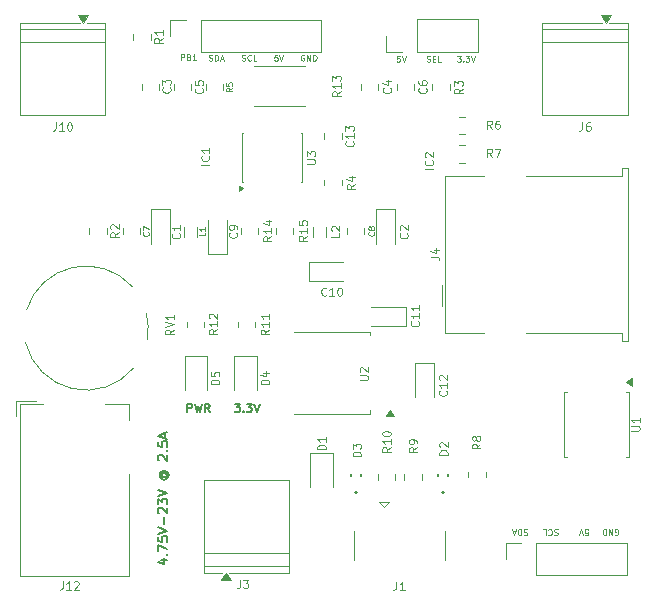
<source format=gbr>
%TF.GenerationSoftware,KiCad,Pcbnew,9.0.6-9.0.6~ubuntu22.04.1*%
%TF.CreationDate,2025-12-30T23:35:11+05:30*%
%TF.ProjectId,OverEngineered-PSU,4f766572-456e-4676-996e-65657265642d,rev?*%
%TF.SameCoordinates,Original*%
%TF.FileFunction,Legend,Top*%
%TF.FilePolarity,Positive*%
%FSLAX46Y46*%
G04 Gerber Fmt 4.6, Leading zero omitted, Abs format (unit mm)*
G04 Created by KiCad (PCBNEW 9.0.6-9.0.6~ubuntu22.04.1) date 2025-12-30 23:35:11*
%MOMM*%
%LPD*%
G01*
G04 APERTURE LIST*
%ADD10C,0.100000*%
%ADD11C,0.150000*%
%ADD12C,0.120000*%
%ADD13C,0.127000*%
%ADD14C,0.200000*%
G04 APERTURE END LIST*
D10*
X117044836Y-83813609D02*
X117044836Y-83313609D01*
X117044836Y-83313609D02*
X117235312Y-83313609D01*
X117235312Y-83313609D02*
X117282931Y-83337419D01*
X117282931Y-83337419D02*
X117306741Y-83361228D01*
X117306741Y-83361228D02*
X117330550Y-83408847D01*
X117330550Y-83408847D02*
X117330550Y-83480276D01*
X117330550Y-83480276D02*
X117306741Y-83527895D01*
X117306741Y-83527895D02*
X117282931Y-83551704D01*
X117282931Y-83551704D02*
X117235312Y-83575514D01*
X117235312Y-83575514D02*
X117044836Y-83575514D01*
X117711503Y-83551704D02*
X117782931Y-83575514D01*
X117782931Y-83575514D02*
X117806741Y-83599323D01*
X117806741Y-83599323D02*
X117830550Y-83646942D01*
X117830550Y-83646942D02*
X117830550Y-83718371D01*
X117830550Y-83718371D02*
X117806741Y-83765990D01*
X117806741Y-83765990D02*
X117782931Y-83789800D01*
X117782931Y-83789800D02*
X117735312Y-83813609D01*
X117735312Y-83813609D02*
X117544836Y-83813609D01*
X117544836Y-83813609D02*
X117544836Y-83313609D01*
X117544836Y-83313609D02*
X117711503Y-83313609D01*
X117711503Y-83313609D02*
X117759122Y-83337419D01*
X117759122Y-83337419D02*
X117782931Y-83361228D01*
X117782931Y-83361228D02*
X117806741Y-83408847D01*
X117806741Y-83408847D02*
X117806741Y-83456466D01*
X117806741Y-83456466D02*
X117782931Y-83504085D01*
X117782931Y-83504085D02*
X117759122Y-83527895D01*
X117759122Y-83527895D02*
X117711503Y-83551704D01*
X117711503Y-83551704D02*
X117544836Y-83551704D01*
X118306741Y-83813609D02*
X118021027Y-83813609D01*
X118163884Y-83813609D02*
X118163884Y-83313609D01*
X118163884Y-83313609D02*
X118116265Y-83385038D01*
X118116265Y-83385038D02*
X118068646Y-83432657D01*
X118068646Y-83432657D02*
X118021027Y-83456466D01*
D11*
X115360961Y-126117982D02*
X115894295Y-126117982D01*
X115056200Y-126308458D02*
X115627628Y-126498935D01*
X115627628Y-126498935D02*
X115627628Y-126003696D01*
X115818104Y-125698934D02*
X115856200Y-125660839D01*
X115856200Y-125660839D02*
X115894295Y-125698934D01*
X115894295Y-125698934D02*
X115856200Y-125737030D01*
X115856200Y-125737030D02*
X115818104Y-125698934D01*
X115818104Y-125698934D02*
X115894295Y-125698934D01*
X115094295Y-125394173D02*
X115094295Y-124860839D01*
X115094295Y-124860839D02*
X115894295Y-125203697D01*
X115094295Y-124175125D02*
X115094295Y-124556077D01*
X115094295Y-124556077D02*
X115475247Y-124594173D01*
X115475247Y-124594173D02*
X115437152Y-124556077D01*
X115437152Y-124556077D02*
X115399057Y-124479887D01*
X115399057Y-124479887D02*
X115399057Y-124289411D01*
X115399057Y-124289411D02*
X115437152Y-124213220D01*
X115437152Y-124213220D02*
X115475247Y-124175125D01*
X115475247Y-124175125D02*
X115551438Y-124137030D01*
X115551438Y-124137030D02*
X115741914Y-124137030D01*
X115741914Y-124137030D02*
X115818104Y-124175125D01*
X115818104Y-124175125D02*
X115856200Y-124213220D01*
X115856200Y-124213220D02*
X115894295Y-124289411D01*
X115894295Y-124289411D02*
X115894295Y-124479887D01*
X115894295Y-124479887D02*
X115856200Y-124556077D01*
X115856200Y-124556077D02*
X115818104Y-124594173D01*
X115094295Y-123908458D02*
X115894295Y-123641791D01*
X115894295Y-123641791D02*
X115094295Y-123375125D01*
X115589533Y-123108458D02*
X115589533Y-122498935D01*
X115170485Y-122156078D02*
X115132390Y-122117982D01*
X115132390Y-122117982D02*
X115094295Y-122041792D01*
X115094295Y-122041792D02*
X115094295Y-121851316D01*
X115094295Y-121851316D02*
X115132390Y-121775125D01*
X115132390Y-121775125D02*
X115170485Y-121737030D01*
X115170485Y-121737030D02*
X115246676Y-121698935D01*
X115246676Y-121698935D02*
X115322866Y-121698935D01*
X115322866Y-121698935D02*
X115437152Y-121737030D01*
X115437152Y-121737030D02*
X115894295Y-122194173D01*
X115894295Y-122194173D02*
X115894295Y-121698935D01*
X115094295Y-121432268D02*
X115094295Y-120937030D01*
X115094295Y-120937030D02*
X115399057Y-121203696D01*
X115399057Y-121203696D02*
X115399057Y-121089411D01*
X115399057Y-121089411D02*
X115437152Y-121013220D01*
X115437152Y-121013220D02*
X115475247Y-120975125D01*
X115475247Y-120975125D02*
X115551438Y-120937030D01*
X115551438Y-120937030D02*
X115741914Y-120937030D01*
X115741914Y-120937030D02*
X115818104Y-120975125D01*
X115818104Y-120975125D02*
X115856200Y-121013220D01*
X115856200Y-121013220D02*
X115894295Y-121089411D01*
X115894295Y-121089411D02*
X115894295Y-121317982D01*
X115894295Y-121317982D02*
X115856200Y-121394173D01*
X115856200Y-121394173D02*
X115818104Y-121432268D01*
X115094295Y-120708458D02*
X115894295Y-120441791D01*
X115894295Y-120441791D02*
X115094295Y-120175125D01*
X115513342Y-118803696D02*
X115475247Y-118841791D01*
X115475247Y-118841791D02*
X115437152Y-118917982D01*
X115437152Y-118917982D02*
X115437152Y-118994172D01*
X115437152Y-118994172D02*
X115475247Y-119070363D01*
X115475247Y-119070363D02*
X115513342Y-119108458D01*
X115513342Y-119108458D02*
X115589533Y-119146553D01*
X115589533Y-119146553D02*
X115665723Y-119146553D01*
X115665723Y-119146553D02*
X115741914Y-119108458D01*
X115741914Y-119108458D02*
X115780009Y-119070363D01*
X115780009Y-119070363D02*
X115818104Y-118994172D01*
X115818104Y-118994172D02*
X115818104Y-118917982D01*
X115818104Y-118917982D02*
X115780009Y-118841791D01*
X115780009Y-118841791D02*
X115741914Y-118803696D01*
X115437152Y-118803696D02*
X115741914Y-118803696D01*
X115741914Y-118803696D02*
X115780009Y-118765601D01*
X115780009Y-118765601D02*
X115780009Y-118727506D01*
X115780009Y-118727506D02*
X115741914Y-118651315D01*
X115741914Y-118651315D02*
X115665723Y-118613220D01*
X115665723Y-118613220D02*
X115475247Y-118613220D01*
X115475247Y-118613220D02*
X115360961Y-118689411D01*
X115360961Y-118689411D02*
X115284771Y-118803696D01*
X115284771Y-118803696D02*
X115246676Y-118956077D01*
X115246676Y-118956077D02*
X115284771Y-119108458D01*
X115284771Y-119108458D02*
X115360961Y-119222744D01*
X115360961Y-119222744D02*
X115475247Y-119298934D01*
X115475247Y-119298934D02*
X115627628Y-119337030D01*
X115627628Y-119337030D02*
X115780009Y-119298934D01*
X115780009Y-119298934D02*
X115894295Y-119222744D01*
X115894295Y-119222744D02*
X115970485Y-119108458D01*
X115970485Y-119108458D02*
X116008580Y-118956077D01*
X116008580Y-118956077D02*
X115970485Y-118803696D01*
X115970485Y-118803696D02*
X115894295Y-118689411D01*
X115170485Y-117698935D02*
X115132390Y-117660839D01*
X115132390Y-117660839D02*
X115094295Y-117584649D01*
X115094295Y-117584649D02*
X115094295Y-117394173D01*
X115094295Y-117394173D02*
X115132390Y-117317982D01*
X115132390Y-117317982D02*
X115170485Y-117279887D01*
X115170485Y-117279887D02*
X115246676Y-117241792D01*
X115246676Y-117241792D02*
X115322866Y-117241792D01*
X115322866Y-117241792D02*
X115437152Y-117279887D01*
X115437152Y-117279887D02*
X115894295Y-117737030D01*
X115894295Y-117737030D02*
X115894295Y-117241792D01*
X115818104Y-116898934D02*
X115856200Y-116860839D01*
X115856200Y-116860839D02*
X115894295Y-116898934D01*
X115894295Y-116898934D02*
X115856200Y-116937030D01*
X115856200Y-116937030D02*
X115818104Y-116898934D01*
X115818104Y-116898934D02*
X115894295Y-116898934D01*
X115094295Y-116137030D02*
X115094295Y-116517982D01*
X115094295Y-116517982D02*
X115475247Y-116556078D01*
X115475247Y-116556078D02*
X115437152Y-116517982D01*
X115437152Y-116517982D02*
X115399057Y-116441792D01*
X115399057Y-116441792D02*
X115399057Y-116251316D01*
X115399057Y-116251316D02*
X115437152Y-116175125D01*
X115437152Y-116175125D02*
X115475247Y-116137030D01*
X115475247Y-116137030D02*
X115551438Y-116098935D01*
X115551438Y-116098935D02*
X115741914Y-116098935D01*
X115741914Y-116098935D02*
X115818104Y-116137030D01*
X115818104Y-116137030D02*
X115856200Y-116175125D01*
X115856200Y-116175125D02*
X115894295Y-116251316D01*
X115894295Y-116251316D02*
X115894295Y-116441792D01*
X115894295Y-116441792D02*
X115856200Y-116517982D01*
X115856200Y-116517982D02*
X115818104Y-116556078D01*
X115665723Y-115794173D02*
X115665723Y-115413220D01*
X115894295Y-115870363D02*
X115094295Y-115603696D01*
X115094295Y-115603696D02*
X115894295Y-115337030D01*
D10*
X146348972Y-123550200D02*
X146277544Y-123526390D01*
X146277544Y-123526390D02*
X146158496Y-123526390D01*
X146158496Y-123526390D02*
X146110877Y-123550200D01*
X146110877Y-123550200D02*
X146087068Y-123574009D01*
X146087068Y-123574009D02*
X146063258Y-123621628D01*
X146063258Y-123621628D02*
X146063258Y-123669247D01*
X146063258Y-123669247D02*
X146087068Y-123716866D01*
X146087068Y-123716866D02*
X146110877Y-123740676D01*
X146110877Y-123740676D02*
X146158496Y-123764485D01*
X146158496Y-123764485D02*
X146253734Y-123788295D01*
X146253734Y-123788295D02*
X146301353Y-123812104D01*
X146301353Y-123812104D02*
X146325163Y-123835914D01*
X146325163Y-123835914D02*
X146348972Y-123883533D01*
X146348972Y-123883533D02*
X146348972Y-123931152D01*
X146348972Y-123931152D02*
X146325163Y-123978771D01*
X146325163Y-123978771D02*
X146301353Y-124002580D01*
X146301353Y-124002580D02*
X146253734Y-124026390D01*
X146253734Y-124026390D02*
X146134687Y-124026390D01*
X146134687Y-124026390D02*
X146063258Y-124002580D01*
X145848973Y-123526390D02*
X145848973Y-124026390D01*
X145848973Y-124026390D02*
X145729925Y-124026390D01*
X145729925Y-124026390D02*
X145658497Y-124002580D01*
X145658497Y-124002580D02*
X145610878Y-123954961D01*
X145610878Y-123954961D02*
X145587068Y-123907342D01*
X145587068Y-123907342D02*
X145563259Y-123812104D01*
X145563259Y-123812104D02*
X145563259Y-123740676D01*
X145563259Y-123740676D02*
X145587068Y-123645438D01*
X145587068Y-123645438D02*
X145610878Y-123597819D01*
X145610878Y-123597819D02*
X145658497Y-123550200D01*
X145658497Y-123550200D02*
X145729925Y-123526390D01*
X145729925Y-123526390D02*
X145848973Y-123526390D01*
X145372782Y-123669247D02*
X145134687Y-123669247D01*
X145420401Y-123526390D02*
X145253735Y-124026390D01*
X145253735Y-124026390D02*
X145087068Y-123526390D01*
X122192297Y-83839800D02*
X122263725Y-83863609D01*
X122263725Y-83863609D02*
X122382773Y-83863609D01*
X122382773Y-83863609D02*
X122430392Y-83839800D01*
X122430392Y-83839800D02*
X122454201Y-83815990D01*
X122454201Y-83815990D02*
X122478011Y-83768371D01*
X122478011Y-83768371D02*
X122478011Y-83720752D01*
X122478011Y-83720752D02*
X122454201Y-83673133D01*
X122454201Y-83673133D02*
X122430392Y-83649323D01*
X122430392Y-83649323D02*
X122382773Y-83625514D01*
X122382773Y-83625514D02*
X122287535Y-83601704D01*
X122287535Y-83601704D02*
X122239916Y-83577895D01*
X122239916Y-83577895D02*
X122216106Y-83554085D01*
X122216106Y-83554085D02*
X122192297Y-83506466D01*
X122192297Y-83506466D02*
X122192297Y-83458847D01*
X122192297Y-83458847D02*
X122216106Y-83411228D01*
X122216106Y-83411228D02*
X122239916Y-83387419D01*
X122239916Y-83387419D02*
X122287535Y-83363609D01*
X122287535Y-83363609D02*
X122406582Y-83363609D01*
X122406582Y-83363609D02*
X122478011Y-83387419D01*
X122978010Y-83815990D02*
X122954201Y-83839800D01*
X122954201Y-83839800D02*
X122882772Y-83863609D01*
X122882772Y-83863609D02*
X122835153Y-83863609D01*
X122835153Y-83863609D02*
X122763725Y-83839800D01*
X122763725Y-83839800D02*
X122716106Y-83792180D01*
X122716106Y-83792180D02*
X122692296Y-83744561D01*
X122692296Y-83744561D02*
X122668487Y-83649323D01*
X122668487Y-83649323D02*
X122668487Y-83577895D01*
X122668487Y-83577895D02*
X122692296Y-83482657D01*
X122692296Y-83482657D02*
X122716106Y-83435038D01*
X122716106Y-83435038D02*
X122763725Y-83387419D01*
X122763725Y-83387419D02*
X122835153Y-83363609D01*
X122835153Y-83363609D02*
X122882772Y-83363609D01*
X122882772Y-83363609D02*
X122954201Y-83387419D01*
X122954201Y-83387419D02*
X122978010Y-83411228D01*
X123430391Y-83863609D02*
X123192296Y-83863609D01*
X123192296Y-83863609D02*
X123192296Y-83363609D01*
X140417217Y-83443609D02*
X140726741Y-83443609D01*
X140726741Y-83443609D02*
X140560074Y-83634085D01*
X140560074Y-83634085D02*
X140631503Y-83634085D01*
X140631503Y-83634085D02*
X140679122Y-83657895D01*
X140679122Y-83657895D02*
X140702931Y-83681704D01*
X140702931Y-83681704D02*
X140726741Y-83729323D01*
X140726741Y-83729323D02*
X140726741Y-83848371D01*
X140726741Y-83848371D02*
X140702931Y-83895990D01*
X140702931Y-83895990D02*
X140679122Y-83919800D01*
X140679122Y-83919800D02*
X140631503Y-83943609D01*
X140631503Y-83943609D02*
X140488646Y-83943609D01*
X140488646Y-83943609D02*
X140441027Y-83919800D01*
X140441027Y-83919800D02*
X140417217Y-83895990D01*
X140941026Y-83895990D02*
X140964836Y-83919800D01*
X140964836Y-83919800D02*
X140941026Y-83943609D01*
X140941026Y-83943609D02*
X140917217Y-83919800D01*
X140917217Y-83919800D02*
X140941026Y-83895990D01*
X140941026Y-83895990D02*
X140941026Y-83943609D01*
X141131502Y-83443609D02*
X141441026Y-83443609D01*
X141441026Y-83443609D02*
X141274359Y-83634085D01*
X141274359Y-83634085D02*
X141345788Y-83634085D01*
X141345788Y-83634085D02*
X141393407Y-83657895D01*
X141393407Y-83657895D02*
X141417216Y-83681704D01*
X141417216Y-83681704D02*
X141441026Y-83729323D01*
X141441026Y-83729323D02*
X141441026Y-83848371D01*
X141441026Y-83848371D02*
X141417216Y-83895990D01*
X141417216Y-83895990D02*
X141393407Y-83919800D01*
X141393407Y-83919800D02*
X141345788Y-83943609D01*
X141345788Y-83943609D02*
X141202931Y-83943609D01*
X141202931Y-83943609D02*
X141155312Y-83919800D01*
X141155312Y-83919800D02*
X141131502Y-83895990D01*
X141583883Y-83443609D02*
X141750549Y-83943609D01*
X141750549Y-83943609D02*
X141917216Y-83443609D01*
X135552931Y-83443609D02*
X135314836Y-83443609D01*
X135314836Y-83443609D02*
X135291027Y-83681704D01*
X135291027Y-83681704D02*
X135314836Y-83657895D01*
X135314836Y-83657895D02*
X135362455Y-83634085D01*
X135362455Y-83634085D02*
X135481503Y-83634085D01*
X135481503Y-83634085D02*
X135529122Y-83657895D01*
X135529122Y-83657895D02*
X135552931Y-83681704D01*
X135552931Y-83681704D02*
X135576741Y-83729323D01*
X135576741Y-83729323D02*
X135576741Y-83848371D01*
X135576741Y-83848371D02*
X135552931Y-83895990D01*
X135552931Y-83895990D02*
X135529122Y-83919800D01*
X135529122Y-83919800D02*
X135481503Y-83943609D01*
X135481503Y-83943609D02*
X135362455Y-83943609D01*
X135362455Y-83943609D02*
X135314836Y-83919800D01*
X135314836Y-83919800D02*
X135291027Y-83895990D01*
X135719598Y-83443609D02*
X135886264Y-83943609D01*
X135886264Y-83943609D02*
X136052931Y-83443609D01*
D11*
X121598684Y-112906533D02*
X122032017Y-112906533D01*
X122032017Y-112906533D02*
X121798684Y-113173200D01*
X121798684Y-113173200D02*
X121898684Y-113173200D01*
X121898684Y-113173200D02*
X121965350Y-113206533D01*
X121965350Y-113206533D02*
X121998684Y-113239866D01*
X121998684Y-113239866D02*
X122032017Y-113306533D01*
X122032017Y-113306533D02*
X122032017Y-113473200D01*
X122032017Y-113473200D02*
X121998684Y-113539866D01*
X121998684Y-113539866D02*
X121965350Y-113573200D01*
X121965350Y-113573200D02*
X121898684Y-113606533D01*
X121898684Y-113606533D02*
X121698684Y-113606533D01*
X121698684Y-113606533D02*
X121632017Y-113573200D01*
X121632017Y-113573200D02*
X121598684Y-113539866D01*
X122332017Y-113539866D02*
X122365351Y-113573200D01*
X122365351Y-113573200D02*
X122332017Y-113606533D01*
X122332017Y-113606533D02*
X122298684Y-113573200D01*
X122298684Y-113573200D02*
X122332017Y-113539866D01*
X122332017Y-113539866D02*
X122332017Y-113606533D01*
X122598684Y-112906533D02*
X123032017Y-112906533D01*
X123032017Y-112906533D02*
X122798684Y-113173200D01*
X122798684Y-113173200D02*
X122898684Y-113173200D01*
X122898684Y-113173200D02*
X122965350Y-113206533D01*
X122965350Y-113206533D02*
X122998684Y-113239866D01*
X122998684Y-113239866D02*
X123032017Y-113306533D01*
X123032017Y-113306533D02*
X123032017Y-113473200D01*
X123032017Y-113473200D02*
X122998684Y-113539866D01*
X122998684Y-113539866D02*
X122965350Y-113573200D01*
X122965350Y-113573200D02*
X122898684Y-113606533D01*
X122898684Y-113606533D02*
X122698684Y-113606533D01*
X122698684Y-113606533D02*
X122632017Y-113573200D01*
X122632017Y-113573200D02*
X122598684Y-113539866D01*
X123232017Y-112906533D02*
X123465351Y-113606533D01*
X123465351Y-113606533D02*
X123698684Y-112906533D01*
X117575350Y-113606533D02*
X117575350Y-112906533D01*
X117575350Y-112906533D02*
X117842017Y-112906533D01*
X117842017Y-112906533D02*
X117908684Y-112939866D01*
X117908684Y-112939866D02*
X117942017Y-112973200D01*
X117942017Y-112973200D02*
X117975350Y-113039866D01*
X117975350Y-113039866D02*
X117975350Y-113139866D01*
X117975350Y-113139866D02*
X117942017Y-113206533D01*
X117942017Y-113206533D02*
X117908684Y-113239866D01*
X117908684Y-113239866D02*
X117842017Y-113273200D01*
X117842017Y-113273200D02*
X117575350Y-113273200D01*
X118208684Y-112906533D02*
X118375350Y-113606533D01*
X118375350Y-113606533D02*
X118508684Y-113106533D01*
X118508684Y-113106533D02*
X118642017Y-113606533D01*
X118642017Y-113606533D02*
X118808684Y-112906533D01*
X119475350Y-113606533D02*
X119242017Y-113273200D01*
X119075350Y-113606533D02*
X119075350Y-112906533D01*
X119075350Y-112906533D02*
X119342017Y-112906533D01*
X119342017Y-112906533D02*
X119408684Y-112939866D01*
X119408684Y-112939866D02*
X119442017Y-112973200D01*
X119442017Y-112973200D02*
X119475350Y-113039866D01*
X119475350Y-113039866D02*
X119475350Y-113139866D01*
X119475350Y-113139866D02*
X119442017Y-113206533D01*
X119442017Y-113206533D02*
X119408684Y-113239866D01*
X119408684Y-113239866D02*
X119342017Y-113273200D01*
X119342017Y-113273200D02*
X119075350Y-113273200D01*
D10*
X119421027Y-83839800D02*
X119492455Y-83863609D01*
X119492455Y-83863609D02*
X119611503Y-83863609D01*
X119611503Y-83863609D02*
X119659122Y-83839800D01*
X119659122Y-83839800D02*
X119682931Y-83815990D01*
X119682931Y-83815990D02*
X119706741Y-83768371D01*
X119706741Y-83768371D02*
X119706741Y-83720752D01*
X119706741Y-83720752D02*
X119682931Y-83673133D01*
X119682931Y-83673133D02*
X119659122Y-83649323D01*
X119659122Y-83649323D02*
X119611503Y-83625514D01*
X119611503Y-83625514D02*
X119516265Y-83601704D01*
X119516265Y-83601704D02*
X119468646Y-83577895D01*
X119468646Y-83577895D02*
X119444836Y-83554085D01*
X119444836Y-83554085D02*
X119421027Y-83506466D01*
X119421027Y-83506466D02*
X119421027Y-83458847D01*
X119421027Y-83458847D02*
X119444836Y-83411228D01*
X119444836Y-83411228D02*
X119468646Y-83387419D01*
X119468646Y-83387419D02*
X119516265Y-83363609D01*
X119516265Y-83363609D02*
X119635312Y-83363609D01*
X119635312Y-83363609D02*
X119706741Y-83387419D01*
X119921026Y-83863609D02*
X119921026Y-83363609D01*
X119921026Y-83363609D02*
X120040074Y-83363609D01*
X120040074Y-83363609D02*
X120111502Y-83387419D01*
X120111502Y-83387419D02*
X120159121Y-83435038D01*
X120159121Y-83435038D02*
X120182931Y-83482657D01*
X120182931Y-83482657D02*
X120206740Y-83577895D01*
X120206740Y-83577895D02*
X120206740Y-83649323D01*
X120206740Y-83649323D02*
X120182931Y-83744561D01*
X120182931Y-83744561D02*
X120159121Y-83792180D01*
X120159121Y-83792180D02*
X120111502Y-83839800D01*
X120111502Y-83839800D02*
X120040074Y-83863609D01*
X120040074Y-83863609D02*
X119921026Y-83863609D01*
X120397217Y-83720752D02*
X120635312Y-83720752D01*
X120349598Y-83863609D02*
X120516264Y-83363609D01*
X120516264Y-83363609D02*
X120682931Y-83863609D01*
X148922305Y-123550200D02*
X148850877Y-123526390D01*
X148850877Y-123526390D02*
X148731829Y-123526390D01*
X148731829Y-123526390D02*
X148684210Y-123550200D01*
X148684210Y-123550200D02*
X148660401Y-123574009D01*
X148660401Y-123574009D02*
X148636591Y-123621628D01*
X148636591Y-123621628D02*
X148636591Y-123669247D01*
X148636591Y-123669247D02*
X148660401Y-123716866D01*
X148660401Y-123716866D02*
X148684210Y-123740676D01*
X148684210Y-123740676D02*
X148731829Y-123764485D01*
X148731829Y-123764485D02*
X148827067Y-123788295D01*
X148827067Y-123788295D02*
X148874686Y-123812104D01*
X148874686Y-123812104D02*
X148898496Y-123835914D01*
X148898496Y-123835914D02*
X148922305Y-123883533D01*
X148922305Y-123883533D02*
X148922305Y-123931152D01*
X148922305Y-123931152D02*
X148898496Y-123978771D01*
X148898496Y-123978771D02*
X148874686Y-124002580D01*
X148874686Y-124002580D02*
X148827067Y-124026390D01*
X148827067Y-124026390D02*
X148708020Y-124026390D01*
X148708020Y-124026390D02*
X148636591Y-124002580D01*
X148136592Y-123574009D02*
X148160401Y-123550200D01*
X148160401Y-123550200D02*
X148231830Y-123526390D01*
X148231830Y-123526390D02*
X148279449Y-123526390D01*
X148279449Y-123526390D02*
X148350877Y-123550200D01*
X148350877Y-123550200D02*
X148398496Y-123597819D01*
X148398496Y-123597819D02*
X148422306Y-123645438D01*
X148422306Y-123645438D02*
X148446115Y-123740676D01*
X148446115Y-123740676D02*
X148446115Y-123812104D01*
X148446115Y-123812104D02*
X148422306Y-123907342D01*
X148422306Y-123907342D02*
X148398496Y-123954961D01*
X148398496Y-123954961D02*
X148350877Y-124002580D01*
X148350877Y-124002580D02*
X148279449Y-124026390D01*
X148279449Y-124026390D02*
X148231830Y-124026390D01*
X148231830Y-124026390D02*
X148160401Y-124002580D01*
X148160401Y-124002580D02*
X148136592Y-123978771D01*
X147684211Y-123526390D02*
X147922306Y-123526390D01*
X147922306Y-123526390D02*
X147922306Y-124026390D01*
X127466741Y-83387419D02*
X127419122Y-83363609D01*
X127419122Y-83363609D02*
X127347693Y-83363609D01*
X127347693Y-83363609D02*
X127276265Y-83387419D01*
X127276265Y-83387419D02*
X127228646Y-83435038D01*
X127228646Y-83435038D02*
X127204836Y-83482657D01*
X127204836Y-83482657D02*
X127181027Y-83577895D01*
X127181027Y-83577895D02*
X127181027Y-83649323D01*
X127181027Y-83649323D02*
X127204836Y-83744561D01*
X127204836Y-83744561D02*
X127228646Y-83792180D01*
X127228646Y-83792180D02*
X127276265Y-83839800D01*
X127276265Y-83839800D02*
X127347693Y-83863609D01*
X127347693Y-83863609D02*
X127395312Y-83863609D01*
X127395312Y-83863609D02*
X127466741Y-83839800D01*
X127466741Y-83839800D02*
X127490550Y-83815990D01*
X127490550Y-83815990D02*
X127490550Y-83649323D01*
X127490550Y-83649323D02*
X127395312Y-83649323D01*
X127704836Y-83863609D02*
X127704836Y-83363609D01*
X127704836Y-83363609D02*
X127990550Y-83863609D01*
X127990550Y-83863609D02*
X127990550Y-83363609D01*
X128228646Y-83863609D02*
X128228646Y-83363609D01*
X128228646Y-83363609D02*
X128347694Y-83363609D01*
X128347694Y-83363609D02*
X128419122Y-83387419D01*
X128419122Y-83387419D02*
X128466741Y-83435038D01*
X128466741Y-83435038D02*
X128490551Y-83482657D01*
X128490551Y-83482657D02*
X128514360Y-83577895D01*
X128514360Y-83577895D02*
X128514360Y-83649323D01*
X128514360Y-83649323D02*
X128490551Y-83744561D01*
X128490551Y-83744561D02*
X128466741Y-83792180D01*
X128466741Y-83792180D02*
X128419122Y-83839800D01*
X128419122Y-83839800D02*
X128347694Y-83863609D01*
X128347694Y-83863609D02*
X128228646Y-83863609D01*
X125201661Y-83363609D02*
X124963566Y-83363609D01*
X124963566Y-83363609D02*
X124939757Y-83601704D01*
X124939757Y-83601704D02*
X124963566Y-83577895D01*
X124963566Y-83577895D02*
X125011185Y-83554085D01*
X125011185Y-83554085D02*
X125130233Y-83554085D01*
X125130233Y-83554085D02*
X125177852Y-83577895D01*
X125177852Y-83577895D02*
X125201661Y-83601704D01*
X125201661Y-83601704D02*
X125225471Y-83649323D01*
X125225471Y-83649323D02*
X125225471Y-83768371D01*
X125225471Y-83768371D02*
X125201661Y-83815990D01*
X125201661Y-83815990D02*
X125177852Y-83839800D01*
X125177852Y-83839800D02*
X125130233Y-83863609D01*
X125130233Y-83863609D02*
X125011185Y-83863609D01*
X125011185Y-83863609D02*
X124963566Y-83839800D01*
X124963566Y-83839800D02*
X124939757Y-83815990D01*
X125368328Y-83363609D02*
X125534994Y-83863609D01*
X125534994Y-83863609D02*
X125701661Y-83363609D01*
X153783258Y-124002580D02*
X153830877Y-124026390D01*
X153830877Y-124026390D02*
X153902306Y-124026390D01*
X153902306Y-124026390D02*
X153973734Y-124002580D01*
X153973734Y-124002580D02*
X154021353Y-123954961D01*
X154021353Y-123954961D02*
X154045163Y-123907342D01*
X154045163Y-123907342D02*
X154068972Y-123812104D01*
X154068972Y-123812104D02*
X154068972Y-123740676D01*
X154068972Y-123740676D02*
X154045163Y-123645438D01*
X154045163Y-123645438D02*
X154021353Y-123597819D01*
X154021353Y-123597819D02*
X153973734Y-123550200D01*
X153973734Y-123550200D02*
X153902306Y-123526390D01*
X153902306Y-123526390D02*
X153854687Y-123526390D01*
X153854687Y-123526390D02*
X153783258Y-123550200D01*
X153783258Y-123550200D02*
X153759449Y-123574009D01*
X153759449Y-123574009D02*
X153759449Y-123740676D01*
X153759449Y-123740676D02*
X153854687Y-123740676D01*
X153545163Y-123526390D02*
X153545163Y-124026390D01*
X153545163Y-124026390D02*
X153259449Y-123526390D01*
X153259449Y-123526390D02*
X153259449Y-124026390D01*
X153021353Y-123526390D02*
X153021353Y-124026390D01*
X153021353Y-124026390D02*
X152902305Y-124026390D01*
X152902305Y-124026390D02*
X152830877Y-124002580D01*
X152830877Y-124002580D02*
X152783258Y-123954961D01*
X152783258Y-123954961D02*
X152759448Y-123907342D01*
X152759448Y-123907342D02*
X152735639Y-123812104D01*
X152735639Y-123812104D02*
X152735639Y-123740676D01*
X152735639Y-123740676D02*
X152759448Y-123645438D01*
X152759448Y-123645438D02*
X152783258Y-123597819D01*
X152783258Y-123597819D02*
X152830877Y-123550200D01*
X152830877Y-123550200D02*
X152902305Y-123526390D01*
X152902305Y-123526390D02*
X153021353Y-123526390D01*
X151233735Y-124026390D02*
X151471830Y-124026390D01*
X151471830Y-124026390D02*
X151495639Y-123788295D01*
X151495639Y-123788295D02*
X151471830Y-123812104D01*
X151471830Y-123812104D02*
X151424211Y-123835914D01*
X151424211Y-123835914D02*
X151305163Y-123835914D01*
X151305163Y-123835914D02*
X151257544Y-123812104D01*
X151257544Y-123812104D02*
X151233735Y-123788295D01*
X151233735Y-123788295D02*
X151209925Y-123740676D01*
X151209925Y-123740676D02*
X151209925Y-123621628D01*
X151209925Y-123621628D02*
X151233735Y-123574009D01*
X151233735Y-123574009D02*
X151257544Y-123550200D01*
X151257544Y-123550200D02*
X151305163Y-123526390D01*
X151305163Y-123526390D02*
X151424211Y-123526390D01*
X151424211Y-123526390D02*
X151471830Y-123550200D01*
X151471830Y-123550200D02*
X151495639Y-123574009D01*
X151067068Y-124026390D02*
X150900402Y-123526390D01*
X150900402Y-123526390D02*
X150733735Y-124026390D01*
X137851027Y-83919800D02*
X137922455Y-83943609D01*
X137922455Y-83943609D02*
X138041503Y-83943609D01*
X138041503Y-83943609D02*
X138089122Y-83919800D01*
X138089122Y-83919800D02*
X138112931Y-83895990D01*
X138112931Y-83895990D02*
X138136741Y-83848371D01*
X138136741Y-83848371D02*
X138136741Y-83800752D01*
X138136741Y-83800752D02*
X138112931Y-83753133D01*
X138112931Y-83753133D02*
X138089122Y-83729323D01*
X138089122Y-83729323D02*
X138041503Y-83705514D01*
X138041503Y-83705514D02*
X137946265Y-83681704D01*
X137946265Y-83681704D02*
X137898646Y-83657895D01*
X137898646Y-83657895D02*
X137874836Y-83634085D01*
X137874836Y-83634085D02*
X137851027Y-83586466D01*
X137851027Y-83586466D02*
X137851027Y-83538847D01*
X137851027Y-83538847D02*
X137874836Y-83491228D01*
X137874836Y-83491228D02*
X137898646Y-83467419D01*
X137898646Y-83467419D02*
X137946265Y-83443609D01*
X137946265Y-83443609D02*
X138065312Y-83443609D01*
X138065312Y-83443609D02*
X138136741Y-83467419D01*
X138351026Y-83681704D02*
X138517693Y-83681704D01*
X138589121Y-83943609D02*
X138351026Y-83943609D01*
X138351026Y-83943609D02*
X138351026Y-83443609D01*
X138351026Y-83443609D02*
X138589121Y-83443609D01*
X139041502Y-83943609D02*
X138803407Y-83943609D01*
X138803407Y-83943609D02*
X138803407Y-83443609D01*
X119086109Y-98413333D02*
X119086109Y-98651428D01*
X119086109Y-98651428D02*
X118586109Y-98651428D01*
X119086109Y-97984761D02*
X119086109Y-98270475D01*
X119086109Y-98127618D02*
X118586109Y-98127618D01*
X118586109Y-98127618D02*
X118657538Y-98175237D01*
X118657538Y-98175237D02*
X118705157Y-98222856D01*
X118705157Y-98222856D02*
X118728966Y-98270475D01*
D12*
X132167593Y-110913333D02*
X132734260Y-110913333D01*
X132734260Y-110913333D02*
X132800926Y-110880000D01*
X132800926Y-110880000D02*
X132834260Y-110846666D01*
X132834260Y-110846666D02*
X132867593Y-110780000D01*
X132867593Y-110780000D02*
X132867593Y-110646666D01*
X132867593Y-110646666D02*
X132834260Y-110580000D01*
X132834260Y-110580000D02*
X132800926Y-110546666D01*
X132800926Y-110546666D02*
X132734260Y-110513333D01*
X132734260Y-110513333D02*
X132167593Y-110513333D01*
X132234260Y-110213333D02*
X132200926Y-110180000D01*
X132200926Y-110180000D02*
X132167593Y-110113333D01*
X132167593Y-110113333D02*
X132167593Y-109946667D01*
X132167593Y-109946667D02*
X132200926Y-109880000D01*
X132200926Y-109880000D02*
X132234260Y-109846667D01*
X132234260Y-109846667D02*
X132300926Y-109813333D01*
X132300926Y-109813333D02*
X132367593Y-109813333D01*
X132367593Y-109813333D02*
X132467593Y-109846667D01*
X132467593Y-109846667D02*
X132867593Y-110246667D01*
X132867593Y-110246667D02*
X132867593Y-109813333D01*
X118840926Y-86186666D02*
X118874260Y-86219999D01*
X118874260Y-86219999D02*
X118907593Y-86319999D01*
X118907593Y-86319999D02*
X118907593Y-86386666D01*
X118907593Y-86386666D02*
X118874260Y-86486666D01*
X118874260Y-86486666D02*
X118807593Y-86553333D01*
X118807593Y-86553333D02*
X118740926Y-86586666D01*
X118740926Y-86586666D02*
X118607593Y-86619999D01*
X118607593Y-86619999D02*
X118507593Y-86619999D01*
X118507593Y-86619999D02*
X118374260Y-86586666D01*
X118374260Y-86586666D02*
X118307593Y-86553333D01*
X118307593Y-86553333D02*
X118240926Y-86486666D01*
X118240926Y-86486666D02*
X118207593Y-86386666D01*
X118207593Y-86386666D02*
X118207593Y-86319999D01*
X118207593Y-86319999D02*
X118240926Y-86219999D01*
X118240926Y-86219999D02*
X118274260Y-86186666D01*
X118207593Y-85553333D02*
X118207593Y-85886666D01*
X118207593Y-85886666D02*
X118540926Y-85919999D01*
X118540926Y-85919999D02*
X118507593Y-85886666D01*
X118507593Y-85886666D02*
X118474260Y-85819999D01*
X118474260Y-85819999D02*
X118474260Y-85653333D01*
X118474260Y-85653333D02*
X118507593Y-85586666D01*
X118507593Y-85586666D02*
X118540926Y-85553333D01*
X118540926Y-85553333D02*
X118607593Y-85519999D01*
X118607593Y-85519999D02*
X118774260Y-85519999D01*
X118774260Y-85519999D02*
X118840926Y-85553333D01*
X118840926Y-85553333D02*
X118874260Y-85586666D01*
X118874260Y-85586666D02*
X118907593Y-85653333D01*
X118907593Y-85653333D02*
X118907593Y-85819999D01*
X118907593Y-85819999D02*
X118874260Y-85886666D01*
X118874260Y-85886666D02*
X118840926Y-85919999D01*
X121720926Y-98426666D02*
X121754260Y-98459999D01*
X121754260Y-98459999D02*
X121787593Y-98559999D01*
X121787593Y-98559999D02*
X121787593Y-98626666D01*
X121787593Y-98626666D02*
X121754260Y-98726666D01*
X121754260Y-98726666D02*
X121687593Y-98793333D01*
X121687593Y-98793333D02*
X121620926Y-98826666D01*
X121620926Y-98826666D02*
X121487593Y-98859999D01*
X121487593Y-98859999D02*
X121387593Y-98859999D01*
X121387593Y-98859999D02*
X121254260Y-98826666D01*
X121254260Y-98826666D02*
X121187593Y-98793333D01*
X121187593Y-98793333D02*
X121120926Y-98726666D01*
X121120926Y-98726666D02*
X121087593Y-98626666D01*
X121087593Y-98626666D02*
X121087593Y-98559999D01*
X121087593Y-98559999D02*
X121120926Y-98459999D01*
X121120926Y-98459999D02*
X121154260Y-98426666D01*
X121787593Y-98093333D02*
X121787593Y-97959999D01*
X121787593Y-97959999D02*
X121754260Y-97893333D01*
X121754260Y-97893333D02*
X121720926Y-97859999D01*
X121720926Y-97859999D02*
X121620926Y-97793333D01*
X121620926Y-97793333D02*
X121487593Y-97759999D01*
X121487593Y-97759999D02*
X121220926Y-97759999D01*
X121220926Y-97759999D02*
X121154260Y-97793333D01*
X121154260Y-97793333D02*
X121120926Y-97826666D01*
X121120926Y-97826666D02*
X121087593Y-97893333D01*
X121087593Y-97893333D02*
X121087593Y-98026666D01*
X121087593Y-98026666D02*
X121120926Y-98093333D01*
X121120926Y-98093333D02*
X121154260Y-98126666D01*
X121154260Y-98126666D02*
X121220926Y-98159999D01*
X121220926Y-98159999D02*
X121387593Y-98159999D01*
X121387593Y-98159999D02*
X121454260Y-98126666D01*
X121454260Y-98126666D02*
X121487593Y-98093333D01*
X121487593Y-98093333D02*
X121520926Y-98026666D01*
X121520926Y-98026666D02*
X121520926Y-97893333D01*
X121520926Y-97893333D02*
X121487593Y-97826666D01*
X121487593Y-97826666D02*
X121454260Y-97793333D01*
X121454260Y-97793333D02*
X121387593Y-97759999D01*
X119447593Y-92653333D02*
X118747593Y-92653333D01*
X119380926Y-91920000D02*
X119414260Y-91953333D01*
X119414260Y-91953333D02*
X119447593Y-92053333D01*
X119447593Y-92053333D02*
X119447593Y-92120000D01*
X119447593Y-92120000D02*
X119414260Y-92220000D01*
X119414260Y-92220000D02*
X119347593Y-92286667D01*
X119347593Y-92286667D02*
X119280926Y-92320000D01*
X119280926Y-92320000D02*
X119147593Y-92353333D01*
X119147593Y-92353333D02*
X119047593Y-92353333D01*
X119047593Y-92353333D02*
X118914260Y-92320000D01*
X118914260Y-92320000D02*
X118847593Y-92286667D01*
X118847593Y-92286667D02*
X118780926Y-92220000D01*
X118780926Y-92220000D02*
X118747593Y-92120000D01*
X118747593Y-92120000D02*
X118747593Y-92053333D01*
X118747593Y-92053333D02*
X118780926Y-91953333D01*
X118780926Y-91953333D02*
X118814260Y-91920000D01*
X119447593Y-91253333D02*
X119447593Y-91653333D01*
X119447593Y-91453333D02*
X118747593Y-91453333D01*
X118747593Y-91453333D02*
X118847593Y-91520000D01*
X118847593Y-91520000D02*
X118914260Y-91586667D01*
X118914260Y-91586667D02*
X118947593Y-91653333D01*
X138187593Y-100483333D02*
X138687593Y-100483333D01*
X138687593Y-100483333D02*
X138787593Y-100516666D01*
X138787593Y-100516666D02*
X138854260Y-100583333D01*
X138854260Y-100583333D02*
X138887593Y-100683333D01*
X138887593Y-100683333D02*
X138887593Y-100750000D01*
X138420926Y-99850000D02*
X138887593Y-99850000D01*
X138154260Y-100016667D02*
X138654260Y-100183333D01*
X138654260Y-100183333D02*
X138654260Y-99750000D01*
X137047593Y-116596666D02*
X136714260Y-116829999D01*
X137047593Y-116996666D02*
X136347593Y-116996666D01*
X136347593Y-116996666D02*
X136347593Y-116729999D01*
X136347593Y-116729999D02*
X136380926Y-116663333D01*
X136380926Y-116663333D02*
X136414260Y-116629999D01*
X136414260Y-116629999D02*
X136480926Y-116596666D01*
X136480926Y-116596666D02*
X136580926Y-116596666D01*
X136580926Y-116596666D02*
X136647593Y-116629999D01*
X136647593Y-116629999D02*
X136680926Y-116663333D01*
X136680926Y-116663333D02*
X136714260Y-116729999D01*
X136714260Y-116729999D02*
X136714260Y-116996666D01*
X137047593Y-116263333D02*
X137047593Y-116129999D01*
X137047593Y-116129999D02*
X137014260Y-116063333D01*
X137014260Y-116063333D02*
X136980926Y-116029999D01*
X136980926Y-116029999D02*
X136880926Y-115963333D01*
X136880926Y-115963333D02*
X136747593Y-115929999D01*
X136747593Y-115929999D02*
X136480926Y-115929999D01*
X136480926Y-115929999D02*
X136414260Y-115963333D01*
X136414260Y-115963333D02*
X136380926Y-115996666D01*
X136380926Y-115996666D02*
X136347593Y-116063333D01*
X136347593Y-116063333D02*
X136347593Y-116196666D01*
X136347593Y-116196666D02*
X136380926Y-116263333D01*
X136380926Y-116263333D02*
X136414260Y-116296666D01*
X136414260Y-116296666D02*
X136480926Y-116329999D01*
X136480926Y-116329999D02*
X136647593Y-116329999D01*
X136647593Y-116329999D02*
X136714260Y-116296666D01*
X136714260Y-116296666D02*
X136747593Y-116263333D01*
X136747593Y-116263333D02*
X136780926Y-116196666D01*
X136780926Y-116196666D02*
X136780926Y-116063333D01*
X136780926Y-116063333D02*
X136747593Y-115996666D01*
X136747593Y-115996666D02*
X136714260Y-115963333D01*
X136714260Y-115963333D02*
X136647593Y-115929999D01*
X137120926Y-105920000D02*
X137154260Y-105953333D01*
X137154260Y-105953333D02*
X137187593Y-106053333D01*
X137187593Y-106053333D02*
X137187593Y-106120000D01*
X137187593Y-106120000D02*
X137154260Y-106220000D01*
X137154260Y-106220000D02*
X137087593Y-106286667D01*
X137087593Y-106286667D02*
X137020926Y-106320000D01*
X137020926Y-106320000D02*
X136887593Y-106353333D01*
X136887593Y-106353333D02*
X136787593Y-106353333D01*
X136787593Y-106353333D02*
X136654260Y-106320000D01*
X136654260Y-106320000D02*
X136587593Y-106286667D01*
X136587593Y-106286667D02*
X136520926Y-106220000D01*
X136520926Y-106220000D02*
X136487593Y-106120000D01*
X136487593Y-106120000D02*
X136487593Y-106053333D01*
X136487593Y-106053333D02*
X136520926Y-105953333D01*
X136520926Y-105953333D02*
X136554260Y-105920000D01*
X137187593Y-105253333D02*
X137187593Y-105653333D01*
X137187593Y-105453333D02*
X136487593Y-105453333D01*
X136487593Y-105453333D02*
X136587593Y-105520000D01*
X136587593Y-105520000D02*
X136654260Y-105586667D01*
X136654260Y-105586667D02*
X136687593Y-105653333D01*
X137187593Y-104586666D02*
X137187593Y-104986666D01*
X137187593Y-104786666D02*
X136487593Y-104786666D01*
X136487593Y-104786666D02*
X136587593Y-104853333D01*
X136587593Y-104853333D02*
X136654260Y-104920000D01*
X136654260Y-104920000D02*
X136687593Y-104986666D01*
X124492593Y-111266666D02*
X123792593Y-111266666D01*
X123792593Y-111266666D02*
X123792593Y-111099999D01*
X123792593Y-111099999D02*
X123825926Y-110999999D01*
X123825926Y-110999999D02*
X123892593Y-110933333D01*
X123892593Y-110933333D02*
X123959260Y-110899999D01*
X123959260Y-110899999D02*
X124092593Y-110866666D01*
X124092593Y-110866666D02*
X124192593Y-110866666D01*
X124192593Y-110866666D02*
X124325926Y-110899999D01*
X124325926Y-110899999D02*
X124392593Y-110933333D01*
X124392593Y-110933333D02*
X124459260Y-110999999D01*
X124459260Y-110999999D02*
X124492593Y-111099999D01*
X124492593Y-111099999D02*
X124492593Y-111266666D01*
X124025926Y-110266666D02*
X124492593Y-110266666D01*
X123759260Y-110433333D02*
X124259260Y-110599999D01*
X124259260Y-110599999D02*
X124259260Y-110166666D01*
X124697593Y-98720000D02*
X124364260Y-98953333D01*
X124697593Y-99120000D02*
X123997593Y-99120000D01*
X123997593Y-99120000D02*
X123997593Y-98853333D01*
X123997593Y-98853333D02*
X124030926Y-98786667D01*
X124030926Y-98786667D02*
X124064260Y-98753333D01*
X124064260Y-98753333D02*
X124130926Y-98720000D01*
X124130926Y-98720000D02*
X124230926Y-98720000D01*
X124230926Y-98720000D02*
X124297593Y-98753333D01*
X124297593Y-98753333D02*
X124330926Y-98786667D01*
X124330926Y-98786667D02*
X124364260Y-98853333D01*
X124364260Y-98853333D02*
X124364260Y-99120000D01*
X124697593Y-98053333D02*
X124697593Y-98453333D01*
X124697593Y-98253333D02*
X123997593Y-98253333D01*
X123997593Y-98253333D02*
X124097593Y-98320000D01*
X124097593Y-98320000D02*
X124164260Y-98386667D01*
X124164260Y-98386667D02*
X124197593Y-98453333D01*
X124230926Y-97453333D02*
X124697593Y-97453333D01*
X123964260Y-97620000D02*
X124464260Y-97786666D01*
X124464260Y-97786666D02*
X124464260Y-97353333D01*
X124477593Y-106640000D02*
X124144260Y-106873333D01*
X124477593Y-107040000D02*
X123777593Y-107040000D01*
X123777593Y-107040000D02*
X123777593Y-106773333D01*
X123777593Y-106773333D02*
X123810926Y-106706667D01*
X123810926Y-106706667D02*
X123844260Y-106673333D01*
X123844260Y-106673333D02*
X123910926Y-106640000D01*
X123910926Y-106640000D02*
X124010926Y-106640000D01*
X124010926Y-106640000D02*
X124077593Y-106673333D01*
X124077593Y-106673333D02*
X124110926Y-106706667D01*
X124110926Y-106706667D02*
X124144260Y-106773333D01*
X124144260Y-106773333D02*
X124144260Y-107040000D01*
X124477593Y-105973333D02*
X124477593Y-106373333D01*
X124477593Y-106173333D02*
X123777593Y-106173333D01*
X123777593Y-106173333D02*
X123877593Y-106240000D01*
X123877593Y-106240000D02*
X123944260Y-106306667D01*
X123944260Y-106306667D02*
X123977593Y-106373333D01*
X124477593Y-105306666D02*
X124477593Y-105706666D01*
X124477593Y-105506666D02*
X123777593Y-105506666D01*
X123777593Y-105506666D02*
X123877593Y-105573333D01*
X123877593Y-105573333D02*
X123944260Y-105640000D01*
X123944260Y-105640000D02*
X123977593Y-105706666D01*
X127707593Y-92603333D02*
X128274260Y-92603333D01*
X128274260Y-92603333D02*
X128340926Y-92570000D01*
X128340926Y-92570000D02*
X128374260Y-92536666D01*
X128374260Y-92536666D02*
X128407593Y-92470000D01*
X128407593Y-92470000D02*
X128407593Y-92336666D01*
X128407593Y-92336666D02*
X128374260Y-92270000D01*
X128374260Y-92270000D02*
X128340926Y-92236666D01*
X128340926Y-92236666D02*
X128274260Y-92203333D01*
X128274260Y-92203333D02*
X127707593Y-92203333D01*
X127707593Y-91936667D02*
X127707593Y-91503333D01*
X127707593Y-91503333D02*
X127974260Y-91736667D01*
X127974260Y-91736667D02*
X127974260Y-91636667D01*
X127974260Y-91636667D02*
X128007593Y-91570000D01*
X128007593Y-91570000D02*
X128040926Y-91536667D01*
X128040926Y-91536667D02*
X128107593Y-91503333D01*
X128107593Y-91503333D02*
X128274260Y-91503333D01*
X128274260Y-91503333D02*
X128340926Y-91536667D01*
X128340926Y-91536667D02*
X128374260Y-91570000D01*
X128374260Y-91570000D02*
X128407593Y-91636667D01*
X128407593Y-91636667D02*
X128407593Y-91836667D01*
X128407593Y-91836667D02*
X128374260Y-91903333D01*
X128374260Y-91903333D02*
X128340926Y-91936667D01*
X115497593Y-81926666D02*
X115164260Y-82159999D01*
X115497593Y-82326666D02*
X114797593Y-82326666D01*
X114797593Y-82326666D02*
X114797593Y-82059999D01*
X114797593Y-82059999D02*
X114830926Y-81993333D01*
X114830926Y-81993333D02*
X114864260Y-81959999D01*
X114864260Y-81959999D02*
X114930926Y-81926666D01*
X114930926Y-81926666D02*
X115030926Y-81926666D01*
X115030926Y-81926666D02*
X115097593Y-81959999D01*
X115097593Y-81959999D02*
X115130926Y-81993333D01*
X115130926Y-81993333D02*
X115164260Y-82059999D01*
X115164260Y-82059999D02*
X115164260Y-82326666D01*
X115497593Y-81259999D02*
X115497593Y-81659999D01*
X115497593Y-81459999D02*
X114797593Y-81459999D01*
X114797593Y-81459999D02*
X114897593Y-81526666D01*
X114897593Y-81526666D02*
X114964260Y-81593333D01*
X114964260Y-81593333D02*
X114997593Y-81659999D01*
X139617593Y-117226666D02*
X138917593Y-117226666D01*
X138917593Y-117226666D02*
X138917593Y-117059999D01*
X138917593Y-117059999D02*
X138950926Y-116959999D01*
X138950926Y-116959999D02*
X139017593Y-116893333D01*
X139017593Y-116893333D02*
X139084260Y-116859999D01*
X139084260Y-116859999D02*
X139217593Y-116826666D01*
X139217593Y-116826666D02*
X139317593Y-116826666D01*
X139317593Y-116826666D02*
X139450926Y-116859999D01*
X139450926Y-116859999D02*
X139517593Y-116893333D01*
X139517593Y-116893333D02*
X139584260Y-116959999D01*
X139584260Y-116959999D02*
X139617593Y-117059999D01*
X139617593Y-117059999D02*
X139617593Y-117226666D01*
X138984260Y-116559999D02*
X138950926Y-116526666D01*
X138950926Y-116526666D02*
X138917593Y-116459999D01*
X138917593Y-116459999D02*
X138917593Y-116293333D01*
X138917593Y-116293333D02*
X138950926Y-116226666D01*
X138950926Y-116226666D02*
X138984260Y-116193333D01*
X138984260Y-116193333D02*
X139050926Y-116159999D01*
X139050926Y-116159999D02*
X139117593Y-116159999D01*
X139117593Y-116159999D02*
X139217593Y-116193333D01*
X139217593Y-116193333D02*
X139617593Y-116593333D01*
X139617593Y-116593333D02*
X139617593Y-116159999D01*
X138377593Y-93023333D02*
X137677593Y-93023333D01*
X138310926Y-92290000D02*
X138344260Y-92323333D01*
X138344260Y-92323333D02*
X138377593Y-92423333D01*
X138377593Y-92423333D02*
X138377593Y-92490000D01*
X138377593Y-92490000D02*
X138344260Y-92590000D01*
X138344260Y-92590000D02*
X138277593Y-92656667D01*
X138277593Y-92656667D02*
X138210926Y-92690000D01*
X138210926Y-92690000D02*
X138077593Y-92723333D01*
X138077593Y-92723333D02*
X137977593Y-92723333D01*
X137977593Y-92723333D02*
X137844260Y-92690000D01*
X137844260Y-92690000D02*
X137777593Y-92656667D01*
X137777593Y-92656667D02*
X137710926Y-92590000D01*
X137710926Y-92590000D02*
X137677593Y-92490000D01*
X137677593Y-92490000D02*
X137677593Y-92423333D01*
X137677593Y-92423333D02*
X137710926Y-92323333D01*
X137710926Y-92323333D02*
X137744260Y-92290000D01*
X137744260Y-92023333D02*
X137710926Y-91990000D01*
X137710926Y-91990000D02*
X137677593Y-91923333D01*
X137677593Y-91923333D02*
X137677593Y-91756667D01*
X137677593Y-91756667D02*
X137710926Y-91690000D01*
X137710926Y-91690000D02*
X137744260Y-91656667D01*
X137744260Y-91656667D02*
X137810926Y-91623333D01*
X137810926Y-91623333D02*
X137877593Y-91623333D01*
X137877593Y-91623333D02*
X137977593Y-91656667D01*
X137977593Y-91656667D02*
X138377593Y-92056667D01*
X138377593Y-92056667D02*
X138377593Y-91623333D01*
D10*
X114268490Y-98393333D02*
X114292300Y-98417142D01*
X114292300Y-98417142D02*
X114316109Y-98488571D01*
X114316109Y-98488571D02*
X114316109Y-98536190D01*
X114316109Y-98536190D02*
X114292300Y-98607618D01*
X114292300Y-98607618D02*
X114244680Y-98655237D01*
X114244680Y-98655237D02*
X114197061Y-98679047D01*
X114197061Y-98679047D02*
X114101823Y-98702856D01*
X114101823Y-98702856D02*
X114030395Y-98702856D01*
X114030395Y-98702856D02*
X113935157Y-98679047D01*
X113935157Y-98679047D02*
X113887538Y-98655237D01*
X113887538Y-98655237D02*
X113839919Y-98607618D01*
X113839919Y-98607618D02*
X113816109Y-98536190D01*
X113816109Y-98536190D02*
X113816109Y-98488571D01*
X113816109Y-98488571D02*
X113839919Y-98417142D01*
X113839919Y-98417142D02*
X113863728Y-98393333D01*
X113816109Y-98226666D02*
X113816109Y-97893333D01*
X113816109Y-97893333D02*
X114316109Y-98107618D01*
D12*
X143373333Y-92007593D02*
X143140000Y-91674260D01*
X142973333Y-92007593D02*
X142973333Y-91307593D01*
X142973333Y-91307593D02*
X143240000Y-91307593D01*
X143240000Y-91307593D02*
X143306667Y-91340926D01*
X143306667Y-91340926D02*
X143340000Y-91374260D01*
X143340000Y-91374260D02*
X143373333Y-91440926D01*
X143373333Y-91440926D02*
X143373333Y-91540926D01*
X143373333Y-91540926D02*
X143340000Y-91607593D01*
X143340000Y-91607593D02*
X143306667Y-91640926D01*
X143306667Y-91640926D02*
X143240000Y-91674260D01*
X143240000Y-91674260D02*
X142973333Y-91674260D01*
X143606667Y-91307593D02*
X144073333Y-91307593D01*
X144073333Y-91307593D02*
X143773333Y-92007593D01*
X122036666Y-127817593D02*
X122036666Y-128317593D01*
X122036666Y-128317593D02*
X122003333Y-128417593D01*
X122003333Y-128417593D02*
X121936666Y-128484260D01*
X121936666Y-128484260D02*
X121836666Y-128517593D01*
X121836666Y-128517593D02*
X121770000Y-128517593D01*
X122303333Y-127817593D02*
X122736666Y-127817593D01*
X122736666Y-127817593D02*
X122503333Y-128084260D01*
X122503333Y-128084260D02*
X122603333Y-128084260D01*
X122603333Y-128084260D02*
X122669999Y-128117593D01*
X122669999Y-128117593D02*
X122703333Y-128150926D01*
X122703333Y-128150926D02*
X122736666Y-128217593D01*
X122736666Y-128217593D02*
X122736666Y-128384260D01*
X122736666Y-128384260D02*
X122703333Y-128450926D01*
X122703333Y-128450926D02*
X122669999Y-128484260D01*
X122669999Y-128484260D02*
X122603333Y-128517593D01*
X122603333Y-128517593D02*
X122403333Y-128517593D01*
X122403333Y-128517593D02*
X122336666Y-128484260D01*
X122336666Y-128484260D02*
X122303333Y-128450926D01*
X135276666Y-127967593D02*
X135276666Y-128467593D01*
X135276666Y-128467593D02*
X135243333Y-128567593D01*
X135243333Y-128567593D02*
X135176666Y-128634260D01*
X135176666Y-128634260D02*
X135076666Y-128667593D01*
X135076666Y-128667593D02*
X135010000Y-128667593D01*
X135976666Y-128667593D02*
X135576666Y-128667593D01*
X135776666Y-128667593D02*
X135776666Y-127967593D01*
X135776666Y-127967593D02*
X135709999Y-128067593D01*
X135709999Y-128067593D02*
X135643333Y-128134260D01*
X135643333Y-128134260D02*
X135576666Y-128167593D01*
X151016666Y-89087593D02*
X151016666Y-89587593D01*
X151016666Y-89587593D02*
X150983333Y-89687593D01*
X150983333Y-89687593D02*
X150916666Y-89754260D01*
X150916666Y-89754260D02*
X150816666Y-89787593D01*
X150816666Y-89787593D02*
X150750000Y-89787593D01*
X151649999Y-89087593D02*
X151516666Y-89087593D01*
X151516666Y-89087593D02*
X151449999Y-89120926D01*
X151449999Y-89120926D02*
X151416666Y-89154260D01*
X151416666Y-89154260D02*
X151349999Y-89254260D01*
X151349999Y-89254260D02*
X151316666Y-89387593D01*
X151316666Y-89387593D02*
X151316666Y-89654260D01*
X151316666Y-89654260D02*
X151349999Y-89720926D01*
X151349999Y-89720926D02*
X151383333Y-89754260D01*
X151383333Y-89754260D02*
X151449999Y-89787593D01*
X151449999Y-89787593D02*
X151583333Y-89787593D01*
X151583333Y-89787593D02*
X151649999Y-89754260D01*
X151649999Y-89754260D02*
X151683333Y-89720926D01*
X151683333Y-89720926D02*
X151716666Y-89654260D01*
X151716666Y-89654260D02*
X151716666Y-89487593D01*
X151716666Y-89487593D02*
X151683333Y-89420926D01*
X151683333Y-89420926D02*
X151649999Y-89387593D01*
X151649999Y-89387593D02*
X151583333Y-89354260D01*
X151583333Y-89354260D02*
X151449999Y-89354260D01*
X151449999Y-89354260D02*
X151383333Y-89387593D01*
X151383333Y-89387593D02*
X151349999Y-89420926D01*
X151349999Y-89420926D02*
X151316666Y-89487593D01*
X116090926Y-86126666D02*
X116124260Y-86159999D01*
X116124260Y-86159999D02*
X116157593Y-86259999D01*
X116157593Y-86259999D02*
X116157593Y-86326666D01*
X116157593Y-86326666D02*
X116124260Y-86426666D01*
X116124260Y-86426666D02*
X116057593Y-86493333D01*
X116057593Y-86493333D02*
X115990926Y-86526666D01*
X115990926Y-86526666D02*
X115857593Y-86559999D01*
X115857593Y-86559999D02*
X115757593Y-86559999D01*
X115757593Y-86559999D02*
X115624260Y-86526666D01*
X115624260Y-86526666D02*
X115557593Y-86493333D01*
X115557593Y-86493333D02*
X115490926Y-86426666D01*
X115490926Y-86426666D02*
X115457593Y-86326666D01*
X115457593Y-86326666D02*
X115457593Y-86259999D01*
X115457593Y-86259999D02*
X115490926Y-86159999D01*
X115490926Y-86159999D02*
X115524260Y-86126666D01*
X115457593Y-85893333D02*
X115457593Y-85459999D01*
X115457593Y-85459999D02*
X115724260Y-85693333D01*
X115724260Y-85693333D02*
X115724260Y-85593333D01*
X115724260Y-85593333D02*
X115757593Y-85526666D01*
X115757593Y-85526666D02*
X115790926Y-85493333D01*
X115790926Y-85493333D02*
X115857593Y-85459999D01*
X115857593Y-85459999D02*
X116024260Y-85459999D01*
X116024260Y-85459999D02*
X116090926Y-85493333D01*
X116090926Y-85493333D02*
X116124260Y-85526666D01*
X116124260Y-85526666D02*
X116157593Y-85593333D01*
X116157593Y-85593333D02*
X116157593Y-85793333D01*
X116157593Y-85793333D02*
X116124260Y-85859999D01*
X116124260Y-85859999D02*
X116090926Y-85893333D01*
X129297593Y-116776666D02*
X128597593Y-116776666D01*
X128597593Y-116776666D02*
X128597593Y-116609999D01*
X128597593Y-116609999D02*
X128630926Y-116509999D01*
X128630926Y-116509999D02*
X128697593Y-116443333D01*
X128697593Y-116443333D02*
X128764260Y-116409999D01*
X128764260Y-116409999D02*
X128897593Y-116376666D01*
X128897593Y-116376666D02*
X128997593Y-116376666D01*
X128997593Y-116376666D02*
X129130926Y-116409999D01*
X129130926Y-116409999D02*
X129197593Y-116443333D01*
X129197593Y-116443333D02*
X129264260Y-116509999D01*
X129264260Y-116509999D02*
X129297593Y-116609999D01*
X129297593Y-116609999D02*
X129297593Y-116776666D01*
X129297593Y-115709999D02*
X129297593Y-116109999D01*
X129297593Y-115909999D02*
X128597593Y-115909999D01*
X128597593Y-115909999D02*
X128697593Y-115976666D01*
X128697593Y-115976666D02*
X128764260Y-116043333D01*
X128764260Y-116043333D02*
X128797593Y-116109999D01*
X131600926Y-90690000D02*
X131634260Y-90723333D01*
X131634260Y-90723333D02*
X131667593Y-90823333D01*
X131667593Y-90823333D02*
X131667593Y-90890000D01*
X131667593Y-90890000D02*
X131634260Y-90990000D01*
X131634260Y-90990000D02*
X131567593Y-91056667D01*
X131567593Y-91056667D02*
X131500926Y-91090000D01*
X131500926Y-91090000D02*
X131367593Y-91123333D01*
X131367593Y-91123333D02*
X131267593Y-91123333D01*
X131267593Y-91123333D02*
X131134260Y-91090000D01*
X131134260Y-91090000D02*
X131067593Y-91056667D01*
X131067593Y-91056667D02*
X131000926Y-90990000D01*
X131000926Y-90990000D02*
X130967593Y-90890000D01*
X130967593Y-90890000D02*
X130967593Y-90823333D01*
X130967593Y-90823333D02*
X131000926Y-90723333D01*
X131000926Y-90723333D02*
X131034260Y-90690000D01*
X131667593Y-90023333D02*
X131667593Y-90423333D01*
X131667593Y-90223333D02*
X130967593Y-90223333D01*
X130967593Y-90223333D02*
X131067593Y-90290000D01*
X131067593Y-90290000D02*
X131134260Y-90356667D01*
X131134260Y-90356667D02*
X131167593Y-90423333D01*
X130967593Y-89790000D02*
X130967593Y-89356666D01*
X130967593Y-89356666D02*
X131234260Y-89590000D01*
X131234260Y-89590000D02*
X131234260Y-89490000D01*
X131234260Y-89490000D02*
X131267593Y-89423333D01*
X131267593Y-89423333D02*
X131300926Y-89390000D01*
X131300926Y-89390000D02*
X131367593Y-89356666D01*
X131367593Y-89356666D02*
X131534260Y-89356666D01*
X131534260Y-89356666D02*
X131600926Y-89390000D01*
X131600926Y-89390000D02*
X131634260Y-89423333D01*
X131634260Y-89423333D02*
X131667593Y-89490000D01*
X131667593Y-89490000D02*
X131667593Y-89690000D01*
X131667593Y-89690000D02*
X131634260Y-89756666D01*
X131634260Y-89756666D02*
X131600926Y-89790000D01*
X120117593Y-106610000D02*
X119784260Y-106843333D01*
X120117593Y-107010000D02*
X119417593Y-107010000D01*
X119417593Y-107010000D02*
X119417593Y-106743333D01*
X119417593Y-106743333D02*
X119450926Y-106676667D01*
X119450926Y-106676667D02*
X119484260Y-106643333D01*
X119484260Y-106643333D02*
X119550926Y-106610000D01*
X119550926Y-106610000D02*
X119650926Y-106610000D01*
X119650926Y-106610000D02*
X119717593Y-106643333D01*
X119717593Y-106643333D02*
X119750926Y-106676667D01*
X119750926Y-106676667D02*
X119784260Y-106743333D01*
X119784260Y-106743333D02*
X119784260Y-107010000D01*
X120117593Y-105943333D02*
X120117593Y-106343333D01*
X120117593Y-106143333D02*
X119417593Y-106143333D01*
X119417593Y-106143333D02*
X119517593Y-106210000D01*
X119517593Y-106210000D02*
X119584260Y-106276667D01*
X119584260Y-106276667D02*
X119617593Y-106343333D01*
X119484260Y-105676666D02*
X119450926Y-105643333D01*
X119450926Y-105643333D02*
X119417593Y-105576666D01*
X119417593Y-105576666D02*
X119417593Y-105410000D01*
X119417593Y-105410000D02*
X119450926Y-105343333D01*
X119450926Y-105343333D02*
X119484260Y-105310000D01*
X119484260Y-105310000D02*
X119550926Y-105276666D01*
X119550926Y-105276666D02*
X119617593Y-105276666D01*
X119617593Y-105276666D02*
X119717593Y-105310000D01*
X119717593Y-105310000D02*
X120117593Y-105710000D01*
X120117593Y-105710000D02*
X120117593Y-105276666D01*
X143373333Y-89627593D02*
X143140000Y-89294260D01*
X142973333Y-89627593D02*
X142973333Y-88927593D01*
X142973333Y-88927593D02*
X143240000Y-88927593D01*
X143240000Y-88927593D02*
X143306667Y-88960926D01*
X143306667Y-88960926D02*
X143340000Y-88994260D01*
X143340000Y-88994260D02*
X143373333Y-89060926D01*
X143373333Y-89060926D02*
X143373333Y-89160926D01*
X143373333Y-89160926D02*
X143340000Y-89227593D01*
X143340000Y-89227593D02*
X143306667Y-89260926D01*
X143306667Y-89260926D02*
X143240000Y-89294260D01*
X143240000Y-89294260D02*
X142973333Y-89294260D01*
X143973333Y-88927593D02*
X143840000Y-88927593D01*
X143840000Y-88927593D02*
X143773333Y-88960926D01*
X143773333Y-88960926D02*
X143740000Y-88994260D01*
X143740000Y-88994260D02*
X143673333Y-89094260D01*
X143673333Y-89094260D02*
X143640000Y-89227593D01*
X143640000Y-89227593D02*
X143640000Y-89494260D01*
X143640000Y-89494260D02*
X143673333Y-89560926D01*
X143673333Y-89560926D02*
X143706667Y-89594260D01*
X143706667Y-89594260D02*
X143773333Y-89627593D01*
X143773333Y-89627593D02*
X143906667Y-89627593D01*
X143906667Y-89627593D02*
X143973333Y-89594260D01*
X143973333Y-89594260D02*
X144006667Y-89560926D01*
X144006667Y-89560926D02*
X144040000Y-89494260D01*
X144040000Y-89494260D02*
X144040000Y-89327593D01*
X144040000Y-89327593D02*
X144006667Y-89260926D01*
X144006667Y-89260926D02*
X143973333Y-89227593D01*
X143973333Y-89227593D02*
X143906667Y-89194260D01*
X143906667Y-89194260D02*
X143773333Y-89194260D01*
X143773333Y-89194260D02*
X143706667Y-89227593D01*
X143706667Y-89227593D02*
X143673333Y-89260926D01*
X143673333Y-89260926D02*
X143640000Y-89327593D01*
X111767593Y-98386666D02*
X111434260Y-98619999D01*
X111767593Y-98786666D02*
X111067593Y-98786666D01*
X111067593Y-98786666D02*
X111067593Y-98519999D01*
X111067593Y-98519999D02*
X111100926Y-98453333D01*
X111100926Y-98453333D02*
X111134260Y-98419999D01*
X111134260Y-98419999D02*
X111200926Y-98386666D01*
X111200926Y-98386666D02*
X111300926Y-98386666D01*
X111300926Y-98386666D02*
X111367593Y-98419999D01*
X111367593Y-98419999D02*
X111400926Y-98453333D01*
X111400926Y-98453333D02*
X111434260Y-98519999D01*
X111434260Y-98519999D02*
X111434260Y-98786666D01*
X111134260Y-98119999D02*
X111100926Y-98086666D01*
X111100926Y-98086666D02*
X111067593Y-98019999D01*
X111067593Y-98019999D02*
X111067593Y-97853333D01*
X111067593Y-97853333D02*
X111100926Y-97786666D01*
X111100926Y-97786666D02*
X111134260Y-97753333D01*
X111134260Y-97753333D02*
X111200926Y-97719999D01*
X111200926Y-97719999D02*
X111267593Y-97719999D01*
X111267593Y-97719999D02*
X111367593Y-97753333D01*
X111367593Y-97753333D02*
X111767593Y-98153333D01*
X111767593Y-98153333D02*
X111767593Y-97719999D01*
D10*
X121366109Y-86183333D02*
X121128014Y-86349999D01*
X121366109Y-86469047D02*
X120866109Y-86469047D01*
X120866109Y-86469047D02*
X120866109Y-86278571D01*
X120866109Y-86278571D02*
X120889919Y-86230952D01*
X120889919Y-86230952D02*
X120913728Y-86207142D01*
X120913728Y-86207142D02*
X120961347Y-86183333D01*
X120961347Y-86183333D02*
X121032776Y-86183333D01*
X121032776Y-86183333D02*
X121080395Y-86207142D01*
X121080395Y-86207142D02*
X121104204Y-86230952D01*
X121104204Y-86230952D02*
X121128014Y-86278571D01*
X121128014Y-86278571D02*
X121128014Y-86469047D01*
X120866109Y-85730952D02*
X120866109Y-85969047D01*
X120866109Y-85969047D02*
X121104204Y-85992856D01*
X121104204Y-85992856D02*
X121080395Y-85969047D01*
X121080395Y-85969047D02*
X121056585Y-85921428D01*
X121056585Y-85921428D02*
X121056585Y-85802380D01*
X121056585Y-85802380D02*
X121080395Y-85754761D01*
X121080395Y-85754761D02*
X121104204Y-85730952D01*
X121104204Y-85730952D02*
X121151823Y-85707142D01*
X121151823Y-85707142D02*
X121270871Y-85707142D01*
X121270871Y-85707142D02*
X121318490Y-85730952D01*
X121318490Y-85730952D02*
X121342300Y-85754761D01*
X121342300Y-85754761D02*
X121366109Y-85802380D01*
X121366109Y-85802380D02*
X121366109Y-85921428D01*
X121366109Y-85921428D02*
X121342300Y-85969047D01*
X121342300Y-85969047D02*
X121318490Y-85992856D01*
D12*
X140897593Y-86226666D02*
X140564260Y-86459999D01*
X140897593Y-86626666D02*
X140197593Y-86626666D01*
X140197593Y-86626666D02*
X140197593Y-86359999D01*
X140197593Y-86359999D02*
X140230926Y-86293333D01*
X140230926Y-86293333D02*
X140264260Y-86259999D01*
X140264260Y-86259999D02*
X140330926Y-86226666D01*
X140330926Y-86226666D02*
X140430926Y-86226666D01*
X140430926Y-86226666D02*
X140497593Y-86259999D01*
X140497593Y-86259999D02*
X140530926Y-86293333D01*
X140530926Y-86293333D02*
X140564260Y-86359999D01*
X140564260Y-86359999D02*
X140564260Y-86626666D01*
X140197593Y-85993333D02*
X140197593Y-85559999D01*
X140197593Y-85559999D02*
X140464260Y-85793333D01*
X140464260Y-85793333D02*
X140464260Y-85693333D01*
X140464260Y-85693333D02*
X140497593Y-85626666D01*
X140497593Y-85626666D02*
X140530926Y-85593333D01*
X140530926Y-85593333D02*
X140597593Y-85559999D01*
X140597593Y-85559999D02*
X140764260Y-85559999D01*
X140764260Y-85559999D02*
X140830926Y-85593333D01*
X140830926Y-85593333D02*
X140864260Y-85626666D01*
X140864260Y-85626666D02*
X140897593Y-85693333D01*
X140897593Y-85693333D02*
X140897593Y-85893333D01*
X140897593Y-85893333D02*
X140864260Y-85959999D01*
X140864260Y-85959999D02*
X140830926Y-85993333D01*
X116427593Y-106626666D02*
X116094260Y-106859999D01*
X116427593Y-107026666D02*
X115727593Y-107026666D01*
X115727593Y-107026666D02*
X115727593Y-106759999D01*
X115727593Y-106759999D02*
X115760926Y-106693333D01*
X115760926Y-106693333D02*
X115794260Y-106659999D01*
X115794260Y-106659999D02*
X115860926Y-106626666D01*
X115860926Y-106626666D02*
X115960926Y-106626666D01*
X115960926Y-106626666D02*
X116027593Y-106659999D01*
X116027593Y-106659999D02*
X116060926Y-106693333D01*
X116060926Y-106693333D02*
X116094260Y-106759999D01*
X116094260Y-106759999D02*
X116094260Y-107026666D01*
X115727593Y-106426666D02*
X116427593Y-106193333D01*
X116427593Y-106193333D02*
X115727593Y-105959999D01*
X116427593Y-105359999D02*
X116427593Y-105759999D01*
X116427593Y-105559999D02*
X115727593Y-105559999D01*
X115727593Y-105559999D02*
X115827593Y-105626666D01*
X115827593Y-105626666D02*
X115894260Y-105693333D01*
X115894260Y-105693333D02*
X115927593Y-105759999D01*
X142397593Y-116296666D02*
X142064260Y-116529999D01*
X142397593Y-116696666D02*
X141697593Y-116696666D01*
X141697593Y-116696666D02*
X141697593Y-116429999D01*
X141697593Y-116429999D02*
X141730926Y-116363333D01*
X141730926Y-116363333D02*
X141764260Y-116329999D01*
X141764260Y-116329999D02*
X141830926Y-116296666D01*
X141830926Y-116296666D02*
X141930926Y-116296666D01*
X141930926Y-116296666D02*
X141997593Y-116329999D01*
X141997593Y-116329999D02*
X142030926Y-116363333D01*
X142030926Y-116363333D02*
X142064260Y-116429999D01*
X142064260Y-116429999D02*
X142064260Y-116696666D01*
X141997593Y-115896666D02*
X141964260Y-115963333D01*
X141964260Y-115963333D02*
X141930926Y-115996666D01*
X141930926Y-115996666D02*
X141864260Y-116029999D01*
X141864260Y-116029999D02*
X141830926Y-116029999D01*
X141830926Y-116029999D02*
X141764260Y-115996666D01*
X141764260Y-115996666D02*
X141730926Y-115963333D01*
X141730926Y-115963333D02*
X141697593Y-115896666D01*
X141697593Y-115896666D02*
X141697593Y-115763333D01*
X141697593Y-115763333D02*
X141730926Y-115696666D01*
X141730926Y-115696666D02*
X141764260Y-115663333D01*
X141764260Y-115663333D02*
X141830926Y-115629999D01*
X141830926Y-115629999D02*
X141864260Y-115629999D01*
X141864260Y-115629999D02*
X141930926Y-115663333D01*
X141930926Y-115663333D02*
X141964260Y-115696666D01*
X141964260Y-115696666D02*
X141997593Y-115763333D01*
X141997593Y-115763333D02*
X141997593Y-115896666D01*
X141997593Y-115896666D02*
X142030926Y-115963333D01*
X142030926Y-115963333D02*
X142064260Y-115996666D01*
X142064260Y-115996666D02*
X142130926Y-116029999D01*
X142130926Y-116029999D02*
X142264260Y-116029999D01*
X142264260Y-116029999D02*
X142330926Y-115996666D01*
X142330926Y-115996666D02*
X142364260Y-115963333D01*
X142364260Y-115963333D02*
X142397593Y-115896666D01*
X142397593Y-115896666D02*
X142397593Y-115763333D01*
X142397593Y-115763333D02*
X142364260Y-115696666D01*
X142364260Y-115696666D02*
X142330926Y-115663333D01*
X142330926Y-115663333D02*
X142264260Y-115629999D01*
X142264260Y-115629999D02*
X142130926Y-115629999D01*
X142130926Y-115629999D02*
X142064260Y-115663333D01*
X142064260Y-115663333D02*
X142030926Y-115696666D01*
X142030926Y-115696666D02*
X141997593Y-115763333D01*
X134787593Y-116570000D02*
X134454260Y-116803333D01*
X134787593Y-116970000D02*
X134087593Y-116970000D01*
X134087593Y-116970000D02*
X134087593Y-116703333D01*
X134087593Y-116703333D02*
X134120926Y-116636667D01*
X134120926Y-116636667D02*
X134154260Y-116603333D01*
X134154260Y-116603333D02*
X134220926Y-116570000D01*
X134220926Y-116570000D02*
X134320926Y-116570000D01*
X134320926Y-116570000D02*
X134387593Y-116603333D01*
X134387593Y-116603333D02*
X134420926Y-116636667D01*
X134420926Y-116636667D02*
X134454260Y-116703333D01*
X134454260Y-116703333D02*
X134454260Y-116970000D01*
X134787593Y-115903333D02*
X134787593Y-116303333D01*
X134787593Y-116103333D02*
X134087593Y-116103333D01*
X134087593Y-116103333D02*
X134187593Y-116170000D01*
X134187593Y-116170000D02*
X134254260Y-116236667D01*
X134254260Y-116236667D02*
X134287593Y-116303333D01*
X134087593Y-115470000D02*
X134087593Y-115403333D01*
X134087593Y-115403333D02*
X134120926Y-115336666D01*
X134120926Y-115336666D02*
X134154260Y-115303333D01*
X134154260Y-115303333D02*
X134220926Y-115270000D01*
X134220926Y-115270000D02*
X134354260Y-115236666D01*
X134354260Y-115236666D02*
X134520926Y-115236666D01*
X134520926Y-115236666D02*
X134654260Y-115270000D01*
X134654260Y-115270000D02*
X134720926Y-115303333D01*
X134720926Y-115303333D02*
X134754260Y-115336666D01*
X134754260Y-115336666D02*
X134787593Y-115403333D01*
X134787593Y-115403333D02*
X134787593Y-115470000D01*
X134787593Y-115470000D02*
X134754260Y-115536666D01*
X134754260Y-115536666D02*
X134720926Y-115570000D01*
X134720926Y-115570000D02*
X134654260Y-115603333D01*
X134654260Y-115603333D02*
X134520926Y-115636666D01*
X134520926Y-115636666D02*
X134354260Y-115636666D01*
X134354260Y-115636666D02*
X134220926Y-115603333D01*
X134220926Y-115603333D02*
X134154260Y-115570000D01*
X134154260Y-115570000D02*
X134120926Y-115536666D01*
X134120926Y-115536666D02*
X134087593Y-115470000D01*
X130457593Y-98456667D02*
X130457593Y-98790000D01*
X130457593Y-98790000D02*
X129757593Y-98790000D01*
X129824260Y-98256666D02*
X129790926Y-98223333D01*
X129790926Y-98223333D02*
X129757593Y-98156666D01*
X129757593Y-98156666D02*
X129757593Y-97990000D01*
X129757593Y-97990000D02*
X129790926Y-97923333D01*
X129790926Y-97923333D02*
X129824260Y-97890000D01*
X129824260Y-97890000D02*
X129890926Y-97856666D01*
X129890926Y-97856666D02*
X129957593Y-97856666D01*
X129957593Y-97856666D02*
X130057593Y-97890000D01*
X130057593Y-97890000D02*
X130457593Y-98290000D01*
X130457593Y-98290000D02*
X130457593Y-97856666D01*
X136180926Y-98466666D02*
X136214260Y-98499999D01*
X136214260Y-98499999D02*
X136247593Y-98599999D01*
X136247593Y-98599999D02*
X136247593Y-98666666D01*
X136247593Y-98666666D02*
X136214260Y-98766666D01*
X136214260Y-98766666D02*
X136147593Y-98833333D01*
X136147593Y-98833333D02*
X136080926Y-98866666D01*
X136080926Y-98866666D02*
X135947593Y-98899999D01*
X135947593Y-98899999D02*
X135847593Y-98899999D01*
X135847593Y-98899999D02*
X135714260Y-98866666D01*
X135714260Y-98866666D02*
X135647593Y-98833333D01*
X135647593Y-98833333D02*
X135580926Y-98766666D01*
X135580926Y-98766666D02*
X135547593Y-98666666D01*
X135547593Y-98666666D02*
X135547593Y-98599999D01*
X135547593Y-98599999D02*
X135580926Y-98499999D01*
X135580926Y-98499999D02*
X135614260Y-98466666D01*
X135614260Y-98199999D02*
X135580926Y-98166666D01*
X135580926Y-98166666D02*
X135547593Y-98099999D01*
X135547593Y-98099999D02*
X135547593Y-97933333D01*
X135547593Y-97933333D02*
X135580926Y-97866666D01*
X135580926Y-97866666D02*
X135614260Y-97833333D01*
X135614260Y-97833333D02*
X135680926Y-97799999D01*
X135680926Y-97799999D02*
X135747593Y-97799999D01*
X135747593Y-97799999D02*
X135847593Y-97833333D01*
X135847593Y-97833333D02*
X136247593Y-98233333D01*
X136247593Y-98233333D02*
X136247593Y-97799999D01*
X130567593Y-86450000D02*
X130234260Y-86683333D01*
X130567593Y-86850000D02*
X129867593Y-86850000D01*
X129867593Y-86850000D02*
X129867593Y-86583333D01*
X129867593Y-86583333D02*
X129900926Y-86516667D01*
X129900926Y-86516667D02*
X129934260Y-86483333D01*
X129934260Y-86483333D02*
X130000926Y-86450000D01*
X130000926Y-86450000D02*
X130100926Y-86450000D01*
X130100926Y-86450000D02*
X130167593Y-86483333D01*
X130167593Y-86483333D02*
X130200926Y-86516667D01*
X130200926Y-86516667D02*
X130234260Y-86583333D01*
X130234260Y-86583333D02*
X130234260Y-86850000D01*
X130567593Y-85783333D02*
X130567593Y-86183333D01*
X130567593Y-85983333D02*
X129867593Y-85983333D01*
X129867593Y-85983333D02*
X129967593Y-86050000D01*
X129967593Y-86050000D02*
X130034260Y-86116667D01*
X130034260Y-86116667D02*
X130067593Y-86183333D01*
X129867593Y-85550000D02*
X129867593Y-85116666D01*
X129867593Y-85116666D02*
X130134260Y-85350000D01*
X130134260Y-85350000D02*
X130134260Y-85250000D01*
X130134260Y-85250000D02*
X130167593Y-85183333D01*
X130167593Y-85183333D02*
X130200926Y-85150000D01*
X130200926Y-85150000D02*
X130267593Y-85116666D01*
X130267593Y-85116666D02*
X130434260Y-85116666D01*
X130434260Y-85116666D02*
X130500926Y-85150000D01*
X130500926Y-85150000D02*
X130534260Y-85183333D01*
X130534260Y-85183333D02*
X130567593Y-85250000D01*
X130567593Y-85250000D02*
X130567593Y-85450000D01*
X130567593Y-85450000D02*
X130534260Y-85516666D01*
X130534260Y-85516666D02*
X130500926Y-85550000D01*
X137780926Y-86179166D02*
X137814260Y-86212499D01*
X137814260Y-86212499D02*
X137847593Y-86312499D01*
X137847593Y-86312499D02*
X137847593Y-86379166D01*
X137847593Y-86379166D02*
X137814260Y-86479166D01*
X137814260Y-86479166D02*
X137747593Y-86545833D01*
X137747593Y-86545833D02*
X137680926Y-86579166D01*
X137680926Y-86579166D02*
X137547593Y-86612499D01*
X137547593Y-86612499D02*
X137447593Y-86612499D01*
X137447593Y-86612499D02*
X137314260Y-86579166D01*
X137314260Y-86579166D02*
X137247593Y-86545833D01*
X137247593Y-86545833D02*
X137180926Y-86479166D01*
X137180926Y-86479166D02*
X137147593Y-86379166D01*
X137147593Y-86379166D02*
X137147593Y-86312499D01*
X137147593Y-86312499D02*
X137180926Y-86212499D01*
X137180926Y-86212499D02*
X137214260Y-86179166D01*
X137147593Y-85579166D02*
X137147593Y-85712499D01*
X137147593Y-85712499D02*
X137180926Y-85779166D01*
X137180926Y-85779166D02*
X137214260Y-85812499D01*
X137214260Y-85812499D02*
X137314260Y-85879166D01*
X137314260Y-85879166D02*
X137447593Y-85912499D01*
X137447593Y-85912499D02*
X137714260Y-85912499D01*
X137714260Y-85912499D02*
X137780926Y-85879166D01*
X137780926Y-85879166D02*
X137814260Y-85845833D01*
X137814260Y-85845833D02*
X137847593Y-85779166D01*
X137847593Y-85779166D02*
X137847593Y-85645833D01*
X137847593Y-85645833D02*
X137814260Y-85579166D01*
X137814260Y-85579166D02*
X137780926Y-85545833D01*
X137780926Y-85545833D02*
X137714260Y-85512499D01*
X137714260Y-85512499D02*
X137547593Y-85512499D01*
X137547593Y-85512499D02*
X137480926Y-85545833D01*
X137480926Y-85545833D02*
X137447593Y-85579166D01*
X137447593Y-85579166D02*
X137414260Y-85645833D01*
X137414260Y-85645833D02*
X137414260Y-85779166D01*
X137414260Y-85779166D02*
X137447593Y-85845833D01*
X137447593Y-85845833D02*
X137480926Y-85879166D01*
X137480926Y-85879166D02*
X137547593Y-85912499D01*
X127707593Y-98710000D02*
X127374260Y-98943333D01*
X127707593Y-99110000D02*
X127007593Y-99110000D01*
X127007593Y-99110000D02*
X127007593Y-98843333D01*
X127007593Y-98843333D02*
X127040926Y-98776667D01*
X127040926Y-98776667D02*
X127074260Y-98743333D01*
X127074260Y-98743333D02*
X127140926Y-98710000D01*
X127140926Y-98710000D02*
X127240926Y-98710000D01*
X127240926Y-98710000D02*
X127307593Y-98743333D01*
X127307593Y-98743333D02*
X127340926Y-98776667D01*
X127340926Y-98776667D02*
X127374260Y-98843333D01*
X127374260Y-98843333D02*
X127374260Y-99110000D01*
X127707593Y-98043333D02*
X127707593Y-98443333D01*
X127707593Y-98243333D02*
X127007593Y-98243333D01*
X127007593Y-98243333D02*
X127107593Y-98310000D01*
X127107593Y-98310000D02*
X127174260Y-98376667D01*
X127174260Y-98376667D02*
X127207593Y-98443333D01*
X127007593Y-97410000D02*
X127007593Y-97743333D01*
X127007593Y-97743333D02*
X127340926Y-97776666D01*
X127340926Y-97776666D02*
X127307593Y-97743333D01*
X127307593Y-97743333D02*
X127274260Y-97676666D01*
X127274260Y-97676666D02*
X127274260Y-97510000D01*
X127274260Y-97510000D02*
X127307593Y-97443333D01*
X127307593Y-97443333D02*
X127340926Y-97410000D01*
X127340926Y-97410000D02*
X127407593Y-97376666D01*
X127407593Y-97376666D02*
X127574260Y-97376666D01*
X127574260Y-97376666D02*
X127640926Y-97410000D01*
X127640926Y-97410000D02*
X127674260Y-97443333D01*
X127674260Y-97443333D02*
X127707593Y-97510000D01*
X127707593Y-97510000D02*
X127707593Y-97676666D01*
X127707593Y-97676666D02*
X127674260Y-97743333D01*
X127674260Y-97743333D02*
X127640926Y-97776666D01*
X131757593Y-94316666D02*
X131424260Y-94549999D01*
X131757593Y-94716666D02*
X131057593Y-94716666D01*
X131057593Y-94716666D02*
X131057593Y-94449999D01*
X131057593Y-94449999D02*
X131090926Y-94383333D01*
X131090926Y-94383333D02*
X131124260Y-94349999D01*
X131124260Y-94349999D02*
X131190926Y-94316666D01*
X131190926Y-94316666D02*
X131290926Y-94316666D01*
X131290926Y-94316666D02*
X131357593Y-94349999D01*
X131357593Y-94349999D02*
X131390926Y-94383333D01*
X131390926Y-94383333D02*
X131424260Y-94449999D01*
X131424260Y-94449999D02*
X131424260Y-94716666D01*
X131290926Y-93716666D02*
X131757593Y-93716666D01*
X131024260Y-93883333D02*
X131524260Y-94049999D01*
X131524260Y-94049999D02*
X131524260Y-93616666D01*
X106433333Y-89087593D02*
X106433333Y-89587593D01*
X106433333Y-89587593D02*
X106400000Y-89687593D01*
X106400000Y-89687593D02*
X106333333Y-89754260D01*
X106333333Y-89754260D02*
X106233333Y-89787593D01*
X106233333Y-89787593D02*
X106166667Y-89787593D01*
X107133333Y-89787593D02*
X106733333Y-89787593D01*
X106933333Y-89787593D02*
X106933333Y-89087593D01*
X106933333Y-89087593D02*
X106866666Y-89187593D01*
X106866666Y-89187593D02*
X106800000Y-89254260D01*
X106800000Y-89254260D02*
X106733333Y-89287593D01*
X107566667Y-89087593D02*
X107633333Y-89087593D01*
X107633333Y-89087593D02*
X107700000Y-89120926D01*
X107700000Y-89120926D02*
X107733333Y-89154260D01*
X107733333Y-89154260D02*
X107766667Y-89220926D01*
X107766667Y-89220926D02*
X107800000Y-89354260D01*
X107800000Y-89354260D02*
X107800000Y-89520926D01*
X107800000Y-89520926D02*
X107766667Y-89654260D01*
X107766667Y-89654260D02*
X107733333Y-89720926D01*
X107733333Y-89720926D02*
X107700000Y-89754260D01*
X107700000Y-89754260D02*
X107633333Y-89787593D01*
X107633333Y-89787593D02*
X107566667Y-89787593D01*
X107566667Y-89787593D02*
X107500000Y-89754260D01*
X107500000Y-89754260D02*
X107466667Y-89720926D01*
X107466667Y-89720926D02*
X107433333Y-89654260D01*
X107433333Y-89654260D02*
X107400000Y-89520926D01*
X107400000Y-89520926D02*
X107400000Y-89354260D01*
X107400000Y-89354260D02*
X107433333Y-89220926D01*
X107433333Y-89220926D02*
X107466667Y-89154260D01*
X107466667Y-89154260D02*
X107500000Y-89120926D01*
X107500000Y-89120926D02*
X107566667Y-89087593D01*
X134760926Y-86176666D02*
X134794260Y-86209999D01*
X134794260Y-86209999D02*
X134827593Y-86309999D01*
X134827593Y-86309999D02*
X134827593Y-86376666D01*
X134827593Y-86376666D02*
X134794260Y-86476666D01*
X134794260Y-86476666D02*
X134727593Y-86543333D01*
X134727593Y-86543333D02*
X134660926Y-86576666D01*
X134660926Y-86576666D02*
X134527593Y-86609999D01*
X134527593Y-86609999D02*
X134427593Y-86609999D01*
X134427593Y-86609999D02*
X134294260Y-86576666D01*
X134294260Y-86576666D02*
X134227593Y-86543333D01*
X134227593Y-86543333D02*
X134160926Y-86476666D01*
X134160926Y-86476666D02*
X134127593Y-86376666D01*
X134127593Y-86376666D02*
X134127593Y-86309999D01*
X134127593Y-86309999D02*
X134160926Y-86209999D01*
X134160926Y-86209999D02*
X134194260Y-86176666D01*
X134360926Y-85576666D02*
X134827593Y-85576666D01*
X134094260Y-85743333D02*
X134594260Y-85909999D01*
X134594260Y-85909999D02*
X134594260Y-85476666D01*
X116910926Y-98466666D02*
X116944260Y-98499999D01*
X116944260Y-98499999D02*
X116977593Y-98599999D01*
X116977593Y-98599999D02*
X116977593Y-98666666D01*
X116977593Y-98666666D02*
X116944260Y-98766666D01*
X116944260Y-98766666D02*
X116877593Y-98833333D01*
X116877593Y-98833333D02*
X116810926Y-98866666D01*
X116810926Y-98866666D02*
X116677593Y-98899999D01*
X116677593Y-98899999D02*
X116577593Y-98899999D01*
X116577593Y-98899999D02*
X116444260Y-98866666D01*
X116444260Y-98866666D02*
X116377593Y-98833333D01*
X116377593Y-98833333D02*
X116310926Y-98766666D01*
X116310926Y-98766666D02*
X116277593Y-98666666D01*
X116277593Y-98666666D02*
X116277593Y-98599999D01*
X116277593Y-98599999D02*
X116310926Y-98499999D01*
X116310926Y-98499999D02*
X116344260Y-98466666D01*
X116977593Y-97799999D02*
X116977593Y-98199999D01*
X116977593Y-97999999D02*
X116277593Y-97999999D01*
X116277593Y-97999999D02*
X116377593Y-98066666D01*
X116377593Y-98066666D02*
X116444260Y-98133333D01*
X116444260Y-98133333D02*
X116477593Y-98199999D01*
D10*
X133348490Y-98373333D02*
X133372300Y-98397142D01*
X133372300Y-98397142D02*
X133396109Y-98468571D01*
X133396109Y-98468571D02*
X133396109Y-98516190D01*
X133396109Y-98516190D02*
X133372300Y-98587618D01*
X133372300Y-98587618D02*
X133324680Y-98635237D01*
X133324680Y-98635237D02*
X133277061Y-98659047D01*
X133277061Y-98659047D02*
X133181823Y-98682856D01*
X133181823Y-98682856D02*
X133110395Y-98682856D01*
X133110395Y-98682856D02*
X133015157Y-98659047D01*
X133015157Y-98659047D02*
X132967538Y-98635237D01*
X132967538Y-98635237D02*
X132919919Y-98587618D01*
X132919919Y-98587618D02*
X132896109Y-98516190D01*
X132896109Y-98516190D02*
X132896109Y-98468571D01*
X132896109Y-98468571D02*
X132919919Y-98397142D01*
X132919919Y-98397142D02*
X132943728Y-98373333D01*
X133110395Y-98087618D02*
X133086585Y-98135237D01*
X133086585Y-98135237D02*
X133062776Y-98159047D01*
X133062776Y-98159047D02*
X133015157Y-98182856D01*
X133015157Y-98182856D02*
X132991347Y-98182856D01*
X132991347Y-98182856D02*
X132943728Y-98159047D01*
X132943728Y-98159047D02*
X132919919Y-98135237D01*
X132919919Y-98135237D02*
X132896109Y-98087618D01*
X132896109Y-98087618D02*
X132896109Y-97992380D01*
X132896109Y-97992380D02*
X132919919Y-97944761D01*
X132919919Y-97944761D02*
X132943728Y-97920952D01*
X132943728Y-97920952D02*
X132991347Y-97897142D01*
X132991347Y-97897142D02*
X133015157Y-97897142D01*
X133015157Y-97897142D02*
X133062776Y-97920952D01*
X133062776Y-97920952D02*
X133086585Y-97944761D01*
X133086585Y-97944761D02*
X133110395Y-97992380D01*
X133110395Y-97992380D02*
X133110395Y-98087618D01*
X133110395Y-98087618D02*
X133134204Y-98135237D01*
X133134204Y-98135237D02*
X133158014Y-98159047D01*
X133158014Y-98159047D02*
X133205633Y-98182856D01*
X133205633Y-98182856D02*
X133300871Y-98182856D01*
X133300871Y-98182856D02*
X133348490Y-98159047D01*
X133348490Y-98159047D02*
X133372300Y-98135237D01*
X133372300Y-98135237D02*
X133396109Y-98087618D01*
X133396109Y-98087618D02*
X133396109Y-97992380D01*
X133396109Y-97992380D02*
X133372300Y-97944761D01*
X133372300Y-97944761D02*
X133348490Y-97920952D01*
X133348490Y-97920952D02*
X133300871Y-97897142D01*
X133300871Y-97897142D02*
X133205633Y-97897142D01*
X133205633Y-97897142D02*
X133158014Y-97920952D01*
X133158014Y-97920952D02*
X133134204Y-97944761D01*
X133134204Y-97944761D02*
X133110395Y-97992380D01*
D12*
X132267593Y-117356666D02*
X131567593Y-117356666D01*
X131567593Y-117356666D02*
X131567593Y-117189999D01*
X131567593Y-117189999D02*
X131600926Y-117089999D01*
X131600926Y-117089999D02*
X131667593Y-117023333D01*
X131667593Y-117023333D02*
X131734260Y-116989999D01*
X131734260Y-116989999D02*
X131867593Y-116956666D01*
X131867593Y-116956666D02*
X131967593Y-116956666D01*
X131967593Y-116956666D02*
X132100926Y-116989999D01*
X132100926Y-116989999D02*
X132167593Y-117023333D01*
X132167593Y-117023333D02*
X132234260Y-117089999D01*
X132234260Y-117089999D02*
X132267593Y-117189999D01*
X132267593Y-117189999D02*
X132267593Y-117356666D01*
X131567593Y-116723333D02*
X131567593Y-116289999D01*
X131567593Y-116289999D02*
X131834260Y-116523333D01*
X131834260Y-116523333D02*
X131834260Y-116423333D01*
X131834260Y-116423333D02*
X131867593Y-116356666D01*
X131867593Y-116356666D02*
X131900926Y-116323333D01*
X131900926Y-116323333D02*
X131967593Y-116289999D01*
X131967593Y-116289999D02*
X132134260Y-116289999D01*
X132134260Y-116289999D02*
X132200926Y-116323333D01*
X132200926Y-116323333D02*
X132234260Y-116356666D01*
X132234260Y-116356666D02*
X132267593Y-116423333D01*
X132267593Y-116423333D02*
X132267593Y-116623333D01*
X132267593Y-116623333D02*
X132234260Y-116689999D01*
X132234260Y-116689999D02*
X132200926Y-116723333D01*
X107023333Y-127957593D02*
X107023333Y-128457593D01*
X107023333Y-128457593D02*
X106990000Y-128557593D01*
X106990000Y-128557593D02*
X106923333Y-128624260D01*
X106923333Y-128624260D02*
X106823333Y-128657593D01*
X106823333Y-128657593D02*
X106756667Y-128657593D01*
X107723333Y-128657593D02*
X107323333Y-128657593D01*
X107523333Y-128657593D02*
X107523333Y-127957593D01*
X107523333Y-127957593D02*
X107456666Y-128057593D01*
X107456666Y-128057593D02*
X107390000Y-128124260D01*
X107390000Y-128124260D02*
X107323333Y-128157593D01*
X107990000Y-128024260D02*
X108023333Y-127990926D01*
X108023333Y-127990926D02*
X108090000Y-127957593D01*
X108090000Y-127957593D02*
X108256667Y-127957593D01*
X108256667Y-127957593D02*
X108323333Y-127990926D01*
X108323333Y-127990926D02*
X108356667Y-128024260D01*
X108356667Y-128024260D02*
X108390000Y-128090926D01*
X108390000Y-128090926D02*
X108390000Y-128157593D01*
X108390000Y-128157593D02*
X108356667Y-128257593D01*
X108356667Y-128257593D02*
X107956667Y-128657593D01*
X107956667Y-128657593D02*
X108390000Y-128657593D01*
X129339999Y-103700926D02*
X129306666Y-103734260D01*
X129306666Y-103734260D02*
X129206666Y-103767593D01*
X129206666Y-103767593D02*
X129139999Y-103767593D01*
X129139999Y-103767593D02*
X129039999Y-103734260D01*
X129039999Y-103734260D02*
X128973333Y-103667593D01*
X128973333Y-103667593D02*
X128939999Y-103600926D01*
X128939999Y-103600926D02*
X128906666Y-103467593D01*
X128906666Y-103467593D02*
X128906666Y-103367593D01*
X128906666Y-103367593D02*
X128939999Y-103234260D01*
X128939999Y-103234260D02*
X128973333Y-103167593D01*
X128973333Y-103167593D02*
X129039999Y-103100926D01*
X129039999Y-103100926D02*
X129139999Y-103067593D01*
X129139999Y-103067593D02*
X129206666Y-103067593D01*
X129206666Y-103067593D02*
X129306666Y-103100926D01*
X129306666Y-103100926D02*
X129339999Y-103134260D01*
X130006666Y-103767593D02*
X129606666Y-103767593D01*
X129806666Y-103767593D02*
X129806666Y-103067593D01*
X129806666Y-103067593D02*
X129739999Y-103167593D01*
X129739999Y-103167593D02*
X129673333Y-103234260D01*
X129673333Y-103234260D02*
X129606666Y-103267593D01*
X130440000Y-103067593D02*
X130506666Y-103067593D01*
X130506666Y-103067593D02*
X130573333Y-103100926D01*
X130573333Y-103100926D02*
X130606666Y-103134260D01*
X130606666Y-103134260D02*
X130640000Y-103200926D01*
X130640000Y-103200926D02*
X130673333Y-103334260D01*
X130673333Y-103334260D02*
X130673333Y-103500926D01*
X130673333Y-103500926D02*
X130640000Y-103634260D01*
X130640000Y-103634260D02*
X130606666Y-103700926D01*
X130606666Y-103700926D02*
X130573333Y-103734260D01*
X130573333Y-103734260D02*
X130506666Y-103767593D01*
X130506666Y-103767593D02*
X130440000Y-103767593D01*
X130440000Y-103767593D02*
X130373333Y-103734260D01*
X130373333Y-103734260D02*
X130340000Y-103700926D01*
X130340000Y-103700926D02*
X130306666Y-103634260D01*
X130306666Y-103634260D02*
X130273333Y-103500926D01*
X130273333Y-103500926D02*
X130273333Y-103334260D01*
X130273333Y-103334260D02*
X130306666Y-103200926D01*
X130306666Y-103200926D02*
X130340000Y-103134260D01*
X130340000Y-103134260D02*
X130373333Y-103100926D01*
X130373333Y-103100926D02*
X130440000Y-103067593D01*
X120285093Y-111266666D02*
X119585093Y-111266666D01*
X119585093Y-111266666D02*
X119585093Y-111099999D01*
X119585093Y-111099999D02*
X119618426Y-110999999D01*
X119618426Y-110999999D02*
X119685093Y-110933333D01*
X119685093Y-110933333D02*
X119751760Y-110899999D01*
X119751760Y-110899999D02*
X119885093Y-110866666D01*
X119885093Y-110866666D02*
X119985093Y-110866666D01*
X119985093Y-110866666D02*
X120118426Y-110899999D01*
X120118426Y-110899999D02*
X120185093Y-110933333D01*
X120185093Y-110933333D02*
X120251760Y-110999999D01*
X120251760Y-110999999D02*
X120285093Y-111099999D01*
X120285093Y-111099999D02*
X120285093Y-111266666D01*
X119585093Y-110233333D02*
X119585093Y-110566666D01*
X119585093Y-110566666D02*
X119918426Y-110599999D01*
X119918426Y-110599999D02*
X119885093Y-110566666D01*
X119885093Y-110566666D02*
X119851760Y-110499999D01*
X119851760Y-110499999D02*
X119851760Y-110333333D01*
X119851760Y-110333333D02*
X119885093Y-110266666D01*
X119885093Y-110266666D02*
X119918426Y-110233333D01*
X119918426Y-110233333D02*
X119985093Y-110199999D01*
X119985093Y-110199999D02*
X120151760Y-110199999D01*
X120151760Y-110199999D02*
X120218426Y-110233333D01*
X120218426Y-110233333D02*
X120251760Y-110266666D01*
X120251760Y-110266666D02*
X120285093Y-110333333D01*
X120285093Y-110333333D02*
X120285093Y-110499999D01*
X120285093Y-110499999D02*
X120251760Y-110566666D01*
X120251760Y-110566666D02*
X120218426Y-110599999D01*
X155167593Y-115193333D02*
X155734260Y-115193333D01*
X155734260Y-115193333D02*
X155800926Y-115160000D01*
X155800926Y-115160000D02*
X155834260Y-115126666D01*
X155834260Y-115126666D02*
X155867593Y-115060000D01*
X155867593Y-115060000D02*
X155867593Y-114926666D01*
X155867593Y-114926666D02*
X155834260Y-114860000D01*
X155834260Y-114860000D02*
X155800926Y-114826666D01*
X155800926Y-114826666D02*
X155734260Y-114793333D01*
X155734260Y-114793333D02*
X155167593Y-114793333D01*
X155867593Y-114093333D02*
X155867593Y-114493333D01*
X155867593Y-114293333D02*
X155167593Y-114293333D01*
X155167593Y-114293333D02*
X155267593Y-114360000D01*
X155267593Y-114360000D02*
X155334260Y-114426667D01*
X155334260Y-114426667D02*
X155367593Y-114493333D01*
X139505926Y-111800000D02*
X139539260Y-111833333D01*
X139539260Y-111833333D02*
X139572593Y-111933333D01*
X139572593Y-111933333D02*
X139572593Y-112000000D01*
X139572593Y-112000000D02*
X139539260Y-112100000D01*
X139539260Y-112100000D02*
X139472593Y-112166667D01*
X139472593Y-112166667D02*
X139405926Y-112200000D01*
X139405926Y-112200000D02*
X139272593Y-112233333D01*
X139272593Y-112233333D02*
X139172593Y-112233333D01*
X139172593Y-112233333D02*
X139039260Y-112200000D01*
X139039260Y-112200000D02*
X138972593Y-112166667D01*
X138972593Y-112166667D02*
X138905926Y-112100000D01*
X138905926Y-112100000D02*
X138872593Y-112000000D01*
X138872593Y-112000000D02*
X138872593Y-111933333D01*
X138872593Y-111933333D02*
X138905926Y-111833333D01*
X138905926Y-111833333D02*
X138939260Y-111800000D01*
X139572593Y-111133333D02*
X139572593Y-111533333D01*
X139572593Y-111333333D02*
X138872593Y-111333333D01*
X138872593Y-111333333D02*
X138972593Y-111400000D01*
X138972593Y-111400000D02*
X139039260Y-111466667D01*
X139039260Y-111466667D02*
X139072593Y-111533333D01*
X138939260Y-110866666D02*
X138905926Y-110833333D01*
X138905926Y-110833333D02*
X138872593Y-110766666D01*
X138872593Y-110766666D02*
X138872593Y-110600000D01*
X138872593Y-110600000D02*
X138905926Y-110533333D01*
X138905926Y-110533333D02*
X138939260Y-110500000D01*
X138939260Y-110500000D02*
X139005926Y-110466666D01*
X139005926Y-110466666D02*
X139072593Y-110466666D01*
X139072593Y-110466666D02*
X139172593Y-110500000D01*
X139172593Y-110500000D02*
X139572593Y-110900000D01*
X139572593Y-110900000D02*
X139572593Y-110466666D01*
%TO.C,L1*%
X117290000Y-97939758D02*
X117290000Y-98760242D01*
X118410000Y-97939758D02*
X118410000Y-98760242D01*
%TO.C,U2*%
X126600000Y-106847500D02*
X133020000Y-106847500D01*
X126600000Y-113747500D02*
X133020000Y-113747500D01*
X133020000Y-106847500D02*
X133020000Y-107117500D01*
X133020000Y-113747500D02*
X133020000Y-113477500D01*
X135090000Y-113907500D02*
X134410000Y-113907500D01*
X134750000Y-113437500D01*
X135090000Y-113907500D01*
G36*
X135090000Y-113907500D02*
G01*
X134410000Y-113907500D01*
X134750000Y-113437500D01*
X135090000Y-113907500D01*
G37*
%TO.C,J5*%
X134376667Y-83115000D02*
X134376667Y-81735000D01*
X135756667Y-83115000D02*
X134376667Y-83115000D01*
X137026667Y-80355000D02*
X142216667Y-80355000D01*
X137026667Y-83115000D02*
X137026667Y-80355000D01*
X137026667Y-83115000D02*
X142216667Y-83115000D01*
X142216667Y-83115000D02*
X142216667Y-80355000D01*
%TO.C,C5*%
X116454200Y-86323752D02*
X116454200Y-85801248D01*
X117924200Y-86323752D02*
X117924200Y-85801248D01*
%TO.C,C9*%
X119295000Y-97310000D02*
X119295000Y-100205000D01*
X119295000Y-100205000D02*
X120905000Y-100205000D01*
X120905000Y-100205000D02*
X120905000Y-97310000D01*
%TO.C,J4*%
X139160000Y-104650000D02*
X139160000Y-102850000D01*
X139380000Y-93590000D02*
X142710000Y-93590000D01*
X139380000Y-106910000D02*
X139380000Y-93590000D01*
X139380000Y-106910000D02*
X142710000Y-106910000D01*
X146230000Y-93590000D02*
X154340000Y-93590000D01*
X154340000Y-92940000D02*
X154340000Y-93590000D01*
X154340000Y-106910000D02*
X146230000Y-106910000D01*
X154340000Y-106910000D02*
X154340000Y-107560000D01*
X154340000Y-107560000D02*
X154860000Y-107560000D01*
X154860000Y-92940000D02*
X154340000Y-92940000D01*
X154860000Y-107560000D02*
X154860000Y-92940000D01*
%TO.C,R9*%
X135943000Y-119327064D02*
X135943000Y-118872936D01*
X137413000Y-119327064D02*
X137413000Y-118872936D01*
%TO.C,C11*%
X133170000Y-106327500D02*
X136065000Y-106327500D01*
X136065000Y-104717500D02*
X133170000Y-104717500D01*
X136065000Y-106327500D02*
X136065000Y-104717500D01*
%TO.C,D4*%
X121565000Y-108890000D02*
X121565000Y-111750000D01*
X123485000Y-108890000D02*
X121565000Y-108890000D01*
X123485000Y-111750000D02*
X123485000Y-108890000D01*
%TO.C,R14*%
X122115000Y-98497064D02*
X122115000Y-98042936D01*
X123585000Y-98497064D02*
X123585000Y-98042936D01*
%TO.C,R11*%
X121835000Y-106402064D02*
X121835000Y-105947936D01*
X123305000Y-106402064D02*
X123305000Y-105947936D01*
%TO.C,U3*%
X122195000Y-90015000D02*
X122290000Y-90015000D01*
X122195000Y-94135000D02*
X122195000Y-90015000D01*
X122290000Y-94135000D02*
X122195000Y-94135000D01*
X127220000Y-90015000D02*
X127315000Y-90015000D01*
X127315000Y-90015000D02*
X127315000Y-94135000D01*
X127315000Y-94135000D02*
X127220000Y-94135000D01*
X122285000Y-94675000D02*
X121955000Y-94915000D01*
X121955000Y-94435000D01*
X122285000Y-94675000D01*
G36*
X122285000Y-94675000D02*
G01*
X121955000Y-94915000D01*
X121955000Y-94435000D01*
X122285000Y-94675000D01*
G37*
%TO.C,R1*%
X112990000Y-82082064D02*
X112990000Y-81627936D01*
X114460000Y-82082064D02*
X114460000Y-81627936D01*
D13*
%TO.C,D2*%
X138839000Y-119011500D02*
X138839000Y-118838500D01*
X139639000Y-118838500D02*
X139639000Y-119011500D01*
D14*
X139339000Y-120425000D02*
G75*
G02*
X139139000Y-120425000I-100000J0D01*
G01*
X139139000Y-120425000D02*
G75*
G02*
X139339000Y-120425000I100000J0D01*
G01*
D12*
%TO.C,J8*%
X144520000Y-124720000D02*
X145850000Y-124720000D01*
X144520000Y-126050000D02*
X144520000Y-124720000D01*
X147120000Y-124720000D02*
X154800000Y-124720000D01*
X147120000Y-127380000D02*
X147120000Y-124720000D01*
X147120000Y-127380000D02*
X154800000Y-127380000D01*
X154800000Y-127380000D02*
X154800000Y-124720000D01*
%TO.C,C7*%
X112115000Y-98038748D02*
X112115000Y-98561252D01*
X113585000Y-98038748D02*
X113585000Y-98561252D01*
%TO.C,R7*%
X141067064Y-91040000D02*
X140612936Y-91040000D01*
X141067064Y-92510000D02*
X140612936Y-92510000D01*
%TO.C,J3*%
X118971083Y-119365000D02*
X126211083Y-119365000D01*
X118971083Y-125585000D02*
X126211083Y-125585000D01*
X118971083Y-126685000D02*
X126211083Y-126685000D01*
X118971083Y-127205000D02*
X118971083Y-119365000D01*
X120541083Y-127205000D02*
X118971083Y-127205000D01*
X126211083Y-119365000D02*
X126211083Y-127205000D01*
X126211083Y-127205000D02*
X121141083Y-127205000D01*
X121281083Y-127815000D02*
X120401083Y-127815000D01*
X120841083Y-127205000D01*
X121281083Y-127815000D01*
G36*
X121281083Y-127815000D02*
G01*
X120401083Y-127815000D01*
X120841083Y-127205000D01*
X121281083Y-127815000D01*
G37*
%TO.C,J1*%
X131687167Y-123650000D02*
X131687167Y-126140000D01*
X133832167Y-121210000D02*
X134632167Y-121210000D01*
X134232167Y-121660000D02*
X133832167Y-121210000D01*
X134632167Y-121210000D02*
X134232167Y-121660000D01*
X139377167Y-123650000D02*
X139377167Y-126140000D01*
%TO.C,J6*%
X147630000Y-80630000D02*
X152700000Y-80630000D01*
X147630000Y-88470000D02*
X147630000Y-80630000D01*
X153300000Y-80630000D02*
X154870000Y-80630000D01*
X154870000Y-80630000D02*
X154870000Y-88470000D01*
X154870000Y-81150000D02*
X147630000Y-81150000D01*
X154870000Y-82250000D02*
X147630000Y-82250000D01*
X154870000Y-88470000D02*
X147630000Y-88470000D01*
X153000000Y-80630000D02*
X152560000Y-80020000D01*
X153440000Y-80020000D01*
X153000000Y-80630000D01*
G36*
X153000000Y-80630000D02*
G01*
X152560000Y-80020000D01*
X153440000Y-80020000D01*
X153000000Y-80630000D01*
G37*
%TO.C,C3*%
X113713400Y-86323752D02*
X113713400Y-85801248D01*
X115183400Y-86323752D02*
X115183400Y-85801248D01*
%TO.C,D1*%
X127990000Y-117065000D02*
X127990000Y-119925000D01*
X129910000Y-117065000D02*
X127990000Y-117065000D01*
X129910000Y-119925000D02*
X129910000Y-117065000D01*
%TO.C,C13*%
X129165000Y-89976248D02*
X129165000Y-90498752D01*
X130635000Y-89976248D02*
X130635000Y-90498752D01*
%TO.C,R12*%
X117537500Y-106402064D02*
X117537500Y-105947936D01*
X119007500Y-106402064D02*
X119007500Y-105947936D01*
%TO.C,R6*%
X140612936Y-88590000D02*
X141067064Y-88590000D01*
X140612936Y-90060000D02*
X141067064Y-90060000D01*
%TO.C,R2*%
X109290000Y-98497064D02*
X109290000Y-98042936D01*
X110760000Y-98497064D02*
X110760000Y-98042936D01*
%TO.C,R5*%
X119165000Y-86319564D02*
X119165000Y-85865436D01*
X120635000Y-86319564D02*
X120635000Y-85865436D01*
%TO.C,R3*%
X138315000Y-85865436D02*
X138315000Y-86319564D01*
X139785000Y-85865436D02*
X139785000Y-86319564D01*
%TO.C,RV1*%
X103973000Y-104950000D02*
G75*
G02*
X112906001Y-102976999I5026906J-1550805D01*
G01*
X113040000Y-109869000D02*
G75*
G02*
X103890000Y-107746000I-4039665J3368761D01*
G01*
X114108000Y-105246000D02*
G75*
G02*
X114172000Y-107461000I-5106140J-1255960D01*
G01*
%TO.C,R8*%
X141365000Y-118697936D02*
X141365000Y-119152064D01*
X142835000Y-118697936D02*
X142835000Y-119152064D01*
%TO.C,J9*%
X116113333Y-80425000D02*
X117443333Y-80425000D01*
X116113333Y-81755000D02*
X116113333Y-80425000D01*
X118713333Y-80425000D02*
X128933333Y-80425000D01*
X118713333Y-83085000D02*
X118713333Y-80425000D01*
X118713333Y-83085000D02*
X128933333Y-83085000D01*
X128933333Y-83085000D02*
X128933333Y-80425000D01*
%TO.C,R10*%
X133682000Y-119327064D02*
X133682000Y-118872936D01*
X135152000Y-119327064D02*
X135152000Y-118872936D01*
%TO.C,L2*%
X128215000Y-97939758D02*
X128215000Y-98760242D01*
X129335000Y-97939758D02*
X129335000Y-98760242D01*
%TO.C,C2*%
X133545000Y-96455000D02*
X133545000Y-99350000D01*
X135155000Y-96455000D02*
X133545000Y-96455000D01*
X135155000Y-99350000D02*
X135155000Y-96455000D01*
%TO.C,R13*%
X123222936Y-84302500D02*
X127577064Y-84302500D01*
X123222936Y-87722500D02*
X127577064Y-87722500D01*
%TO.C,C6*%
X135305000Y-86323752D02*
X135305000Y-85801248D01*
X136775000Y-86323752D02*
X136775000Y-85801248D01*
%TO.C,R15*%
X125065000Y-98497064D02*
X125065000Y-98042936D01*
X126535000Y-98497064D02*
X126535000Y-98042936D01*
%TO.C,R4*%
X129165000Y-94427064D02*
X129165000Y-93972936D01*
X130635000Y-94427064D02*
X130635000Y-93972936D01*
%TO.C,J10*%
X103380000Y-80630000D02*
X108450000Y-80630000D01*
X103380000Y-88470000D02*
X103380000Y-80630000D01*
X109050000Y-80630000D02*
X110620000Y-80630000D01*
X110620000Y-80630000D02*
X110620000Y-88470000D01*
X110620000Y-81150000D02*
X103380000Y-81150000D01*
X110620000Y-82250000D02*
X103380000Y-82250000D01*
X110620000Y-88470000D02*
X103380000Y-88470000D01*
X108750000Y-80630000D02*
X108310000Y-80020000D01*
X109190000Y-80020000D01*
X108750000Y-80630000D01*
G36*
X108750000Y-80630000D02*
G01*
X108310000Y-80020000D01*
X109190000Y-80020000D01*
X108750000Y-80630000D01*
G37*
%TO.C,C4*%
X132265000Y-86323752D02*
X132265000Y-85801248D01*
X133735000Y-86323752D02*
X133735000Y-85801248D01*
%TO.C,C1*%
X114495000Y-96455000D02*
X114495000Y-99350000D01*
X116105000Y-96455000D02*
X114495000Y-96455000D01*
X116105000Y-99350000D02*
X116105000Y-96455000D01*
%TO.C,C8*%
X131090000Y-98038748D02*
X131090000Y-98561252D01*
X132560000Y-98038748D02*
X132560000Y-98561252D01*
D13*
%TO.C,D3*%
X131456000Y-119011500D02*
X131456000Y-118838500D01*
X132256000Y-118838500D02*
X132256000Y-119011500D01*
D14*
X131956000Y-120425000D02*
G75*
G02*
X131756000Y-120425000I-100000J0D01*
G01*
X131756000Y-120425000D02*
G75*
G02*
X131956000Y-120425000I100000J0D01*
G01*
D12*
%TO.C,J12*%
X103100000Y-112650000D02*
X103100000Y-113950000D01*
X103400000Y-112950000D02*
X105400000Y-112950000D01*
X103400000Y-127450000D02*
X103400000Y-112950000D01*
X104800000Y-112650000D02*
X103100000Y-112650000D01*
X110600000Y-112950000D02*
X112600000Y-112950000D01*
X112600000Y-112950000D02*
X112600000Y-114250000D01*
X112600000Y-118850000D02*
X112600000Y-127450000D01*
X112600000Y-127450000D02*
X103400000Y-127450000D01*
%TO.C,C10*%
X127877500Y-100945000D02*
X127877500Y-102555000D01*
X127877500Y-102555000D02*
X130772500Y-102555000D01*
X130772500Y-100945000D02*
X127877500Y-100945000D01*
%TO.C,D5*%
X117357500Y-108890000D02*
X117357500Y-111750000D01*
X119277500Y-108890000D02*
X117357500Y-108890000D01*
X119277500Y-111750000D02*
X119277500Y-108890000D01*
%TO.C,U1*%
X149485000Y-111890000D02*
X149755000Y-111890000D01*
X149485000Y-117410000D02*
X149485000Y-111890000D01*
X149755000Y-117410000D02*
X149485000Y-117410000D01*
X154735000Y-111890000D02*
X155005000Y-111890000D01*
X155005000Y-111890000D02*
X155005000Y-117410000D01*
X155005000Y-117410000D02*
X154735000Y-117410000D01*
X155215000Y-111400000D02*
X154745000Y-111060000D01*
X155215000Y-110720000D01*
X155215000Y-111400000D01*
G36*
X155215000Y-111400000D02*
G01*
X154745000Y-111060000D01*
X155215000Y-110720000D01*
X155215000Y-111400000D01*
G37*
%TO.C,C12*%
X136870000Y-109455000D02*
X136870000Y-112350000D01*
X138480000Y-109455000D02*
X136870000Y-109455000D01*
X138480000Y-112350000D02*
X138480000Y-109455000D01*
%TD*%
M02*

</source>
